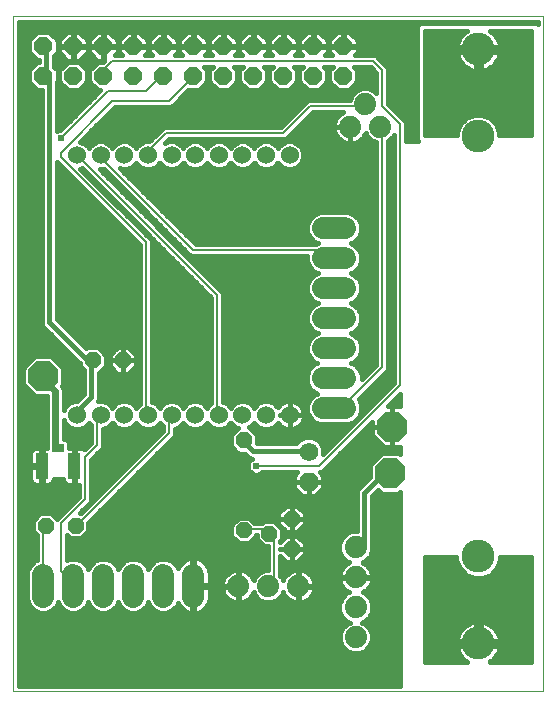
<source format=gtl>
G75*
%MOIN*%
%OFA0B0*%
%FSLAX24Y24*%
%IPPOS*%
%LPD*%
%AMOC8*
5,1,8,0,0,1.08239X$1,22.5*
%
%ADD10C,0.0000*%
%ADD11C,0.0600*%
%ADD12C,0.0740*%
%ADD13C,0.0740*%
%ADD14OC8,0.0520*%
%ADD15C,0.1095*%
%ADD16OC8,0.1000*%
%ADD17R,0.0413X0.0866*%
%ADD18R,0.0394X0.0315*%
%ADD19OC8,0.0620*%
%ADD20C,0.0620*%
%ADD21OC8,0.0600*%
%ADD22C,0.0160*%
%ADD23R,0.0356X0.0356*%
%ADD24C,0.0079*%
%ADD25C,0.0157*%
%ADD26C,0.0240*%
%ADD27C,0.0240*%
D10*
X002074Y001361D02*
X002074Y023857D01*
X019743Y023857D01*
X019743Y001361D01*
X002074Y001361D01*
D11*
X004200Y010562D03*
X004987Y010562D03*
X005775Y010562D03*
X006562Y010562D03*
X007349Y010562D03*
X008137Y010562D03*
X008924Y010562D03*
X009712Y010562D03*
X010499Y010562D03*
X011286Y010562D03*
X011286Y019223D03*
X010499Y019223D03*
X009712Y019223D03*
X008924Y019223D03*
X008137Y019223D03*
X007349Y019223D03*
X006562Y019223D03*
X005775Y019223D03*
X004987Y019223D03*
X004200Y019223D03*
D12*
X012402Y016786D02*
X013142Y016786D01*
X013142Y015786D02*
X012402Y015786D01*
X012402Y014786D02*
X013142Y014786D01*
X013142Y013786D02*
X012402Y013786D01*
X012402Y012786D02*
X013142Y012786D01*
X013142Y011786D02*
X012402Y011786D01*
X012402Y010786D02*
X013142Y010786D01*
X008074Y005247D02*
X008074Y004507D01*
X007074Y004507D02*
X007074Y005247D01*
X006074Y005247D02*
X006074Y004507D01*
X005074Y004507D02*
X005074Y005247D01*
X004074Y005247D02*
X004074Y004507D01*
X003074Y004507D02*
X003074Y005247D01*
D13*
X009574Y004861D03*
X010574Y004861D03*
X011574Y004861D03*
X013491Y005154D03*
X013491Y004154D03*
X013491Y003154D03*
X013491Y006154D03*
X013308Y020172D03*
X013808Y020922D03*
X014308Y020172D03*
D14*
X009759Y009719D03*
X011353Y007105D03*
X010603Y006605D03*
X011353Y006105D03*
X009759Y006719D03*
X005723Y012385D03*
X004723Y012385D03*
X004149Y006873D03*
X003149Y006873D03*
D15*
X017574Y005861D03*
X017574Y002961D03*
X017574Y019861D03*
X017574Y022761D03*
D16*
X014708Y010176D03*
X014637Y008623D03*
X003074Y011861D03*
D17*
X003032Y008861D03*
X004115Y008861D03*
D18*
X003574Y009461D03*
D19*
X011916Y008341D03*
D20*
X011916Y009341D03*
D21*
X012074Y021861D03*
X012074Y022861D03*
X013074Y022861D03*
X013074Y021861D03*
X011074Y021861D03*
X011074Y022861D03*
X010074Y022861D03*
X010074Y021861D03*
X009074Y021861D03*
X009074Y022861D03*
X008074Y022861D03*
X008074Y021861D03*
X007074Y021861D03*
X007074Y022861D03*
X006074Y022861D03*
X006074Y021861D03*
X005074Y021861D03*
X005074Y022861D03*
X004074Y022861D03*
X004074Y021861D03*
X003074Y021861D03*
X003074Y022861D03*
D22*
X002817Y022442D02*
X002254Y022442D01*
X002254Y022600D02*
X002658Y022600D01*
X002595Y022663D02*
X002876Y022383D01*
X002919Y022383D01*
X002919Y022340D01*
X002876Y022340D01*
X002595Y022059D01*
X002595Y021663D01*
X002876Y021383D01*
X003017Y021383D01*
X003017Y013610D01*
X003056Y013515D01*
X004265Y012306D01*
X004271Y012295D01*
X004285Y012283D01*
X004285Y012203D01*
X004417Y012071D01*
X004417Y011268D01*
X004189Y011040D01*
X004105Y011040D01*
X003929Y010967D01*
X003794Y010833D01*
X003755Y010737D01*
X003755Y011417D01*
X003712Y011520D01*
X003689Y011542D01*
X003735Y011587D01*
X003735Y012135D01*
X003347Y012522D01*
X002800Y012522D01*
X002413Y012135D01*
X002413Y011587D01*
X002800Y011200D01*
X003193Y011200D01*
X003193Y009505D01*
X003206Y009474D01*
X003056Y009474D01*
X003056Y008884D01*
X003009Y008884D01*
X003009Y008838D01*
X002646Y008838D01*
X002646Y008404D01*
X002658Y008359D01*
X002682Y008318D01*
X002715Y008284D01*
X002756Y008260D01*
X002802Y008248D01*
X003009Y008248D01*
X003009Y008838D01*
X003056Y008838D01*
X003056Y008248D01*
X003263Y008248D01*
X003309Y008260D01*
X003350Y008284D01*
X003383Y008318D01*
X003407Y008359D01*
X003419Y008404D01*
X003419Y008431D01*
X003728Y008431D01*
X003728Y008404D01*
X003741Y008359D01*
X003764Y008318D01*
X003798Y008284D01*
X003839Y008260D01*
X003885Y008248D01*
X004092Y008248D01*
X004092Y008838D01*
X004139Y008838D01*
X004139Y008248D01*
X004274Y008248D01*
X004274Y007844D01*
X003591Y007161D01*
X003523Y007093D01*
X003323Y007294D01*
X002974Y007294D01*
X002728Y007047D01*
X002728Y006699D01*
X002874Y006553D01*
X002874Y005738D01*
X002773Y005697D01*
X002624Y005547D01*
X002543Y005352D01*
X002543Y004401D01*
X002624Y004206D01*
X002773Y004057D01*
X002968Y003976D01*
X003179Y003976D01*
X003374Y004057D01*
X003524Y004206D01*
X003574Y004327D01*
X003624Y004206D01*
X003773Y004057D01*
X003968Y003976D01*
X004179Y003976D01*
X004374Y004057D01*
X004524Y004206D01*
X004574Y004327D01*
X004624Y004206D01*
X004773Y004057D01*
X004968Y003976D01*
X005179Y003976D01*
X005374Y004057D01*
X005524Y004206D01*
X005574Y004327D01*
X005624Y004206D01*
X005773Y004057D01*
X005968Y003976D01*
X006179Y003976D01*
X006374Y004057D01*
X006524Y004206D01*
X006574Y004327D01*
X006624Y004206D01*
X006773Y004057D01*
X006968Y003976D01*
X007179Y003976D01*
X007374Y004057D01*
X007524Y004206D01*
X007563Y004300D01*
X007564Y004296D01*
X007603Y004219D01*
X007654Y004149D01*
X007716Y004087D01*
X007786Y004036D01*
X007863Y003997D01*
X007945Y003970D01*
X008031Y003957D01*
X008044Y003957D01*
X008044Y004847D01*
X008104Y004847D01*
X008104Y004907D01*
X008624Y004907D01*
X008624Y005290D01*
X008610Y005376D01*
X008584Y005458D01*
X008544Y005535D01*
X008493Y005605D01*
X008432Y005666D01*
X008362Y005717D01*
X008285Y005757D01*
X008203Y005783D01*
X008117Y005797D01*
X008104Y005797D01*
X008104Y004907D01*
X008044Y004907D01*
X008044Y005797D01*
X008031Y005797D01*
X007945Y005783D01*
X007863Y005757D01*
X007786Y005717D01*
X007716Y005666D01*
X007654Y005605D01*
X007603Y005535D01*
X007564Y005458D01*
X007563Y005453D01*
X007524Y005547D01*
X007374Y005697D01*
X007179Y005778D01*
X006968Y005778D01*
X006773Y005697D01*
X006624Y005547D01*
X006574Y005427D01*
X006524Y005547D01*
X006374Y005697D01*
X006179Y005778D01*
X005968Y005778D01*
X005773Y005697D01*
X005624Y005547D01*
X005574Y005427D01*
X005524Y005547D01*
X005374Y005697D01*
X005179Y005778D01*
X004968Y005778D01*
X004773Y005697D01*
X004624Y005547D01*
X004574Y005427D01*
X004524Y005547D01*
X004374Y005697D01*
X004179Y005778D01*
X003968Y005778D01*
X003874Y005738D01*
X003874Y006553D01*
X003974Y006452D01*
X004323Y006452D01*
X004569Y006699D01*
X004569Y006974D01*
X007357Y009761D01*
X007474Y009878D01*
X007474Y010115D01*
X007610Y010171D01*
X007740Y010301D01*
X007743Y010308D01*
X007746Y010301D01*
X007876Y010171D01*
X008045Y010101D01*
X008228Y010101D01*
X008398Y010171D01*
X008527Y010301D01*
X008531Y010308D01*
X008534Y010301D01*
X008663Y010171D01*
X008833Y010101D01*
X009016Y010101D01*
X009185Y010171D01*
X009315Y010301D01*
X009318Y010308D01*
X009321Y010301D01*
X009451Y010171D01*
X009550Y010130D01*
X009320Y009901D01*
X009320Y009538D01*
X009577Y009281D01*
X009790Y009281D01*
X009928Y009143D01*
X010023Y009104D01*
X010027Y009104D01*
X010015Y009099D01*
X009936Y009020D01*
X009893Y008917D01*
X009893Y008805D01*
X009936Y008702D01*
X010015Y008623D01*
X010118Y008580D01*
X010230Y008580D01*
X010333Y008623D01*
X010371Y008661D01*
X011543Y008661D01*
X011426Y008544D01*
X011426Y008341D01*
X011426Y008138D01*
X011713Y007851D01*
X011916Y007851D01*
X011916Y008341D01*
X011916Y008341D01*
X011426Y008341D01*
X011916Y008341D01*
X011916Y008341D01*
X011916Y007851D01*
X012119Y007851D01*
X012406Y008138D01*
X012406Y008341D01*
X011916Y008341D01*
X011916Y008341D01*
X012406Y008341D01*
X012406Y008544D01*
X012290Y008661D01*
X012357Y008661D01*
X014028Y010332D01*
X014028Y010176D01*
X014028Y009894D01*
X014426Y009496D01*
X014708Y009496D01*
X014968Y009496D01*
X014968Y009252D01*
X014918Y009301D01*
X014356Y009301D01*
X013958Y008904D01*
X013958Y008509D01*
X013556Y008107D01*
X013517Y008012D01*
X013517Y006703D01*
X013382Y006703D01*
X013180Y006619D01*
X013026Y006465D01*
X012943Y006263D01*
X012943Y006045D01*
X013026Y005844D01*
X013180Y005689D01*
X013263Y005655D01*
X013203Y005625D01*
X013133Y005574D01*
X013072Y005513D01*
X013021Y005443D01*
X012981Y005366D01*
X012955Y005283D01*
X012941Y005198D01*
X012941Y005174D01*
X013471Y005174D01*
X013471Y005134D01*
X012941Y005134D01*
X012941Y005111D01*
X012955Y005026D01*
X012981Y004943D01*
X013021Y004866D01*
X013072Y004796D01*
X013133Y004735D01*
X013203Y004684D01*
X013263Y004653D01*
X013180Y004619D01*
X013026Y004465D01*
X012943Y004263D01*
X012943Y004045D01*
X013026Y003844D01*
X013180Y003689D01*
X013288Y003645D01*
X013191Y003604D01*
X013041Y003455D01*
X012960Y003260D01*
X012960Y003049D01*
X013041Y002854D01*
X013191Y002704D01*
X013386Y002624D01*
X013597Y002624D01*
X013792Y002704D01*
X013941Y002854D01*
X014022Y003049D01*
X014022Y003260D01*
X013941Y003455D01*
X013792Y003604D01*
X013694Y003645D01*
X013802Y003689D01*
X013956Y003844D01*
X014040Y004045D01*
X014040Y004263D01*
X013956Y004465D01*
X013802Y004619D01*
X013719Y004653D01*
X013779Y004684D01*
X013849Y004735D01*
X013911Y004796D01*
X013962Y004866D01*
X014001Y004943D01*
X014028Y005026D01*
X014041Y005111D01*
X014041Y005134D01*
X013511Y005134D01*
X013511Y005174D01*
X014041Y005174D01*
X014041Y005198D01*
X014028Y005283D01*
X014001Y005366D01*
X013962Y005443D01*
X013911Y005513D01*
X013849Y005574D01*
X013779Y005625D01*
X013719Y005655D01*
X013802Y005689D01*
X013956Y005844D01*
X014040Y006045D01*
X014040Y006263D01*
X014031Y006284D01*
X014031Y007855D01*
X014238Y008062D01*
X014356Y007944D01*
X014918Y007944D01*
X014968Y007994D01*
X014968Y001541D01*
X002254Y001541D01*
X002254Y023677D01*
X014968Y023677D01*
X014968Y020550D01*
X014574Y020944D01*
X014574Y022144D01*
X014274Y022444D01*
X014157Y022561D01*
X013975Y022561D01*
X013975Y023677D01*
X019563Y023677D01*
X019563Y023606D01*
X019528Y023641D01*
X015620Y023641D01*
X015544Y023565D01*
X015544Y019707D01*
X015567Y019684D01*
X015174Y019684D01*
X015174Y020344D01*
X014574Y020944D01*
X014574Y022144D01*
X014274Y022444D01*
X014157Y022561D01*
X013453Y022561D01*
X013554Y022662D01*
X013554Y022841D01*
X013094Y022841D01*
X013094Y022881D01*
X013554Y022881D01*
X013554Y023060D01*
X013273Y023341D01*
X013094Y023341D01*
X013094Y022881D01*
X013054Y022881D01*
X013054Y023341D01*
X012875Y023341D01*
X012594Y023060D01*
X012594Y022881D01*
X013054Y022881D01*
X013054Y022841D01*
X012594Y022841D01*
X012594Y022662D01*
X012695Y022561D01*
X012453Y022561D01*
X012554Y022662D01*
X012554Y022841D01*
X012094Y022841D01*
X012094Y022881D01*
X012554Y022881D01*
X012554Y023060D01*
X012273Y023341D01*
X012094Y023341D01*
X012094Y022881D01*
X012054Y022881D01*
X012054Y023341D01*
X011875Y023341D01*
X011594Y023060D01*
X011594Y022881D01*
X012054Y022881D01*
X012054Y022841D01*
X011594Y022841D01*
X011594Y022662D01*
X011695Y022561D01*
X011453Y022561D01*
X011554Y022662D01*
X011554Y022841D01*
X011094Y022841D01*
X011094Y022881D01*
X011554Y022881D01*
X011554Y023060D01*
X011273Y023341D01*
X011094Y023341D01*
X011094Y022881D01*
X011054Y022881D01*
X011054Y023341D01*
X010875Y023341D01*
X010594Y023060D01*
X010594Y022881D01*
X011054Y022881D01*
X011054Y022841D01*
X010594Y022841D01*
X010594Y022662D01*
X010695Y022561D01*
X010453Y022561D01*
X010554Y022662D01*
X010554Y022841D01*
X010094Y022841D01*
X010094Y022881D01*
X010554Y022881D01*
X010554Y023060D01*
X010273Y023341D01*
X010094Y023341D01*
X010094Y022881D01*
X010054Y022881D01*
X010054Y023341D01*
X009875Y023341D01*
X009594Y023060D01*
X009594Y022881D01*
X010054Y022881D01*
X010054Y022841D01*
X009594Y022841D01*
X009594Y022662D01*
X009695Y022561D01*
X009453Y022561D01*
X009554Y022662D01*
X009554Y022841D01*
X009094Y022841D01*
X009094Y022881D01*
X009554Y022881D01*
X009554Y023060D01*
X009273Y023341D01*
X009094Y023341D01*
X009094Y022881D01*
X009054Y022881D01*
X009054Y023341D01*
X008875Y023341D01*
X008594Y023060D01*
X008594Y022881D01*
X009054Y022881D01*
X009054Y022841D01*
X008594Y022841D01*
X008594Y022662D01*
X008695Y022561D01*
X008453Y022561D01*
X008554Y022662D01*
X008554Y022841D01*
X008094Y022841D01*
X008094Y022881D01*
X008554Y022881D01*
X008554Y023060D01*
X008273Y023341D01*
X008094Y023341D01*
X008094Y022881D01*
X008054Y022881D01*
X008054Y023341D01*
X007875Y023341D01*
X007594Y023060D01*
X007594Y022881D01*
X008054Y022881D01*
X008054Y022841D01*
X007594Y022841D01*
X007594Y022662D01*
X007695Y022561D01*
X007453Y022561D01*
X007554Y022662D01*
X007554Y022841D01*
X007094Y022841D01*
X007094Y022881D01*
X007554Y022881D01*
X007554Y023060D01*
X007273Y023341D01*
X007094Y023341D01*
X007094Y022881D01*
X007054Y022881D01*
X007054Y023341D01*
X006875Y023341D01*
X006594Y023060D01*
X006594Y022881D01*
X007054Y022881D01*
X007054Y022841D01*
X006594Y022841D01*
X006594Y022662D01*
X006695Y022561D01*
X006453Y022561D01*
X006554Y022662D01*
X006554Y022841D01*
X006094Y022841D01*
X006094Y022881D01*
X006554Y022881D01*
X006554Y023060D01*
X006273Y023341D01*
X006094Y023341D01*
X006094Y022881D01*
X006054Y022881D01*
X006054Y023341D01*
X005875Y023341D01*
X005594Y023060D01*
X005594Y022881D01*
X006054Y022881D01*
X006054Y022841D01*
X005594Y022841D01*
X005594Y022662D01*
X005695Y022561D01*
X005453Y022561D01*
X005554Y022662D01*
X005554Y022841D01*
X005094Y022841D01*
X005094Y022881D01*
X005554Y022881D01*
X005554Y023060D01*
X005273Y023341D01*
X005094Y023341D01*
X005094Y022881D01*
X005054Y022881D01*
X005054Y023341D01*
X004875Y023341D01*
X004594Y023060D01*
X004594Y022881D01*
X005054Y022881D01*
X005054Y022841D01*
X005094Y022841D01*
X005094Y022381D01*
X005111Y022381D01*
X005052Y022322D01*
X004883Y022322D01*
X004613Y022052D01*
X004613Y021670D01*
X004883Y021400D01*
X004980Y021400D01*
X003646Y020067D01*
X003593Y020067D01*
X003531Y020041D01*
X003531Y021642D01*
X003552Y021663D01*
X003552Y022059D01*
X003433Y022178D01*
X003433Y022544D01*
X003552Y022663D01*
X003552Y023059D01*
X003272Y023340D01*
X002876Y023340D01*
X002595Y023059D01*
X002595Y022663D01*
X002595Y022759D02*
X002254Y022759D01*
X002254Y022917D02*
X002595Y022917D01*
X002612Y023076D02*
X002254Y023076D01*
X002254Y023234D02*
X002770Y023234D01*
X002254Y023393D02*
X014968Y023393D01*
X014968Y023551D02*
X002254Y023551D01*
X002254Y022283D02*
X002819Y022283D01*
X002661Y022125D02*
X002254Y022125D01*
X002254Y021966D02*
X002595Y021966D01*
X002595Y021808D02*
X002254Y021808D01*
X002254Y021649D02*
X002609Y021649D01*
X002768Y021491D02*
X002254Y021491D01*
X002254Y021332D02*
X003017Y021332D01*
X003017Y021174D02*
X002254Y021174D01*
X002254Y021015D02*
X003017Y021015D01*
X003017Y020857D02*
X002254Y020857D01*
X002254Y020698D02*
X003017Y020698D01*
X003017Y020540D02*
X002254Y020540D01*
X002254Y020381D02*
X003017Y020381D01*
X003017Y020223D02*
X002254Y020223D01*
X002254Y020064D02*
X003017Y020064D01*
X003017Y019906D02*
X002254Y019906D01*
X002254Y019747D02*
X003017Y019747D01*
X003017Y019589D02*
X002254Y019589D01*
X002254Y019430D02*
X003017Y019430D01*
X003017Y019272D02*
X002254Y019272D01*
X002254Y019113D02*
X003017Y019113D01*
X003017Y018955D02*
X002254Y018955D01*
X002254Y018796D02*
X003017Y018796D01*
X003017Y018638D02*
X002254Y018638D01*
X002254Y018479D02*
X003017Y018479D01*
X003017Y018321D02*
X002254Y018321D01*
X002254Y018162D02*
X003017Y018162D01*
X003017Y018004D02*
X002254Y018004D01*
X002254Y017845D02*
X003017Y017845D01*
X003017Y017687D02*
X002254Y017687D01*
X002254Y017528D02*
X003017Y017528D01*
X003017Y017370D02*
X002254Y017370D01*
X002254Y017211D02*
X003017Y017211D01*
X003017Y017053D02*
X002254Y017053D01*
X002254Y016894D02*
X003017Y016894D01*
X003017Y016736D02*
X002254Y016736D01*
X002254Y016577D02*
X003017Y016577D01*
X003017Y016419D02*
X002254Y016419D01*
X002254Y016260D02*
X003017Y016260D01*
X003017Y016102D02*
X002254Y016102D01*
X002254Y015943D02*
X003017Y015943D01*
X003017Y015785D02*
X002254Y015785D01*
X002254Y015626D02*
X003017Y015626D01*
X003017Y015468D02*
X002254Y015468D01*
X002254Y015309D02*
X003017Y015309D01*
X003017Y015151D02*
X002254Y015151D01*
X002254Y014992D02*
X003017Y014992D01*
X003017Y014834D02*
X002254Y014834D01*
X002254Y014675D02*
X003017Y014675D01*
X003017Y014517D02*
X002254Y014517D01*
X002254Y014358D02*
X003017Y014358D01*
X003017Y014200D02*
X002254Y014200D01*
X002254Y014041D02*
X003017Y014041D01*
X003017Y013883D02*
X002254Y013883D01*
X002254Y013724D02*
X003017Y013724D01*
X003035Y013566D02*
X002254Y013566D01*
X002254Y013407D02*
X003164Y013407D01*
X003323Y013249D02*
X002254Y013249D01*
X002254Y013090D02*
X003481Y013090D01*
X003640Y012932D02*
X002254Y012932D01*
X002254Y012773D02*
X003798Y012773D01*
X003957Y012615D02*
X002254Y012615D01*
X002254Y012456D02*
X002734Y012456D01*
X002576Y012298D02*
X002254Y012298D01*
X002254Y012139D02*
X002417Y012139D01*
X002413Y011981D02*
X002254Y011981D01*
X002254Y011822D02*
X002413Y011822D01*
X002413Y011664D02*
X002254Y011664D01*
X002254Y011505D02*
X002495Y011505D01*
X002654Y011347D02*
X002254Y011347D01*
X002254Y011188D02*
X003193Y011188D01*
X003193Y011030D02*
X002254Y011030D01*
X002254Y010871D02*
X003193Y010871D01*
X003193Y010713D02*
X002254Y010713D01*
X002254Y010554D02*
X003193Y010554D01*
X003193Y010396D02*
X002254Y010396D01*
X002254Y010237D02*
X003193Y010237D01*
X003193Y010079D02*
X002254Y010079D01*
X002254Y009920D02*
X003193Y009920D01*
X003193Y009762D02*
X002254Y009762D01*
X002254Y009603D02*
X003193Y009603D01*
X003056Y009445D02*
X003009Y009445D01*
X003009Y009474D02*
X002802Y009474D01*
X002756Y009462D01*
X002715Y009438D01*
X002682Y009405D01*
X002658Y009364D01*
X002646Y009318D01*
X002646Y008884D01*
X003009Y008884D01*
X003009Y009474D01*
X003009Y009286D02*
X003056Y009286D01*
X003056Y009128D02*
X003009Y009128D01*
X003009Y008969D02*
X003056Y008969D01*
X003056Y008811D02*
X003009Y008811D01*
X003009Y008652D02*
X003056Y008652D01*
X003056Y008494D02*
X003009Y008494D01*
X003009Y008335D02*
X003056Y008335D01*
X003393Y008335D02*
X003754Y008335D01*
X004092Y008335D02*
X004139Y008335D01*
X004139Y008494D02*
X004092Y008494D01*
X004092Y008652D02*
X004139Y008652D01*
X004139Y008811D02*
X004092Y008811D01*
X004092Y008884D02*
X004092Y009474D01*
X003931Y009474D01*
X003931Y009686D01*
X003837Y009780D01*
X003755Y009780D01*
X003755Y010387D01*
X003794Y010291D01*
X003929Y010156D01*
X004105Y010083D01*
X004295Y010083D01*
X004471Y010156D01*
X004605Y010291D01*
X004606Y010292D01*
X004674Y010224D01*
X004674Y009644D01*
X004450Y009420D01*
X004432Y009438D01*
X004391Y009462D01*
X004346Y009474D01*
X004139Y009474D01*
X004139Y008884D01*
X004092Y008884D01*
X004092Y008969D02*
X004139Y008969D01*
X004139Y009128D02*
X004092Y009128D01*
X004092Y009286D02*
X004139Y009286D01*
X004139Y009445D02*
X004092Y009445D01*
X003931Y009603D02*
X004633Y009603D01*
X004674Y009762D02*
X003855Y009762D01*
X003755Y009920D02*
X004674Y009920D01*
X004674Y010079D02*
X003755Y010079D01*
X003755Y010237D02*
X003848Y010237D01*
X003832Y010871D02*
X003755Y010871D01*
X003755Y011030D02*
X004079Y011030D01*
X004337Y011188D02*
X003755Y011188D01*
X003755Y011347D02*
X004417Y011347D01*
X004417Y011505D02*
X003718Y011505D01*
X003735Y011664D02*
X004417Y011664D01*
X004417Y011822D02*
X003735Y011822D01*
X003735Y011981D02*
X004417Y011981D01*
X004349Y012139D02*
X003730Y012139D01*
X003572Y012298D02*
X004269Y012298D01*
X004115Y012456D02*
X003413Y012456D01*
X004050Y013249D02*
X006283Y013249D01*
X006283Y013407D02*
X003891Y013407D01*
X003733Y013566D02*
X006283Y013566D01*
X006283Y013724D02*
X003574Y013724D01*
X003531Y013768D02*
X003531Y018991D01*
X003566Y018956D01*
X006283Y016239D01*
X006283Y010935D01*
X006171Y010823D01*
X006168Y010815D01*
X006165Y010823D01*
X006036Y010952D01*
X005866Y011023D01*
X005683Y011023D01*
X005514Y010952D01*
X005384Y010823D01*
X005381Y010815D01*
X005378Y010823D01*
X005248Y010952D01*
X005079Y011023D01*
X004896Y011023D01*
X004895Y011022D01*
X004931Y011110D01*
X004931Y011972D01*
X005162Y012203D01*
X005162Y012566D01*
X004905Y012823D01*
X004542Y012823D01*
X004509Y012790D01*
X003531Y013768D01*
X003531Y013883D02*
X006283Y013883D01*
X006283Y014041D02*
X003531Y014041D01*
X003531Y014200D02*
X006283Y014200D01*
X006283Y014358D02*
X003531Y014358D01*
X003531Y014517D02*
X006283Y014517D01*
X006283Y014675D02*
X003531Y014675D01*
X003531Y014834D02*
X006283Y014834D01*
X006283Y014992D02*
X003531Y014992D01*
X003531Y015151D02*
X006283Y015151D01*
X006283Y015309D02*
X003531Y015309D01*
X003531Y015468D02*
X006283Y015468D01*
X006283Y015626D02*
X003531Y015626D01*
X003531Y015785D02*
X006283Y015785D01*
X006283Y015943D02*
X003531Y015943D01*
X003531Y016102D02*
X006283Y016102D01*
X006262Y016260D02*
X003531Y016260D01*
X003531Y016419D02*
X006103Y016419D01*
X005945Y016577D02*
X003531Y016577D01*
X003531Y016736D02*
X005786Y016736D01*
X005628Y016894D02*
X003531Y016894D01*
X003531Y017053D02*
X005469Y017053D01*
X005311Y017211D02*
X003531Y017211D01*
X003531Y017370D02*
X005152Y017370D01*
X004994Y017528D02*
X003531Y017528D01*
X003531Y017687D02*
X004835Y017687D01*
X004677Y017845D02*
X003531Y017845D01*
X003531Y018004D02*
X004518Y018004D01*
X004360Y018162D02*
X003531Y018162D01*
X003531Y018321D02*
X004201Y018321D01*
X004043Y018479D02*
X003531Y018479D01*
X003531Y018638D02*
X003884Y018638D01*
X003726Y018796D02*
X003531Y018796D01*
X003531Y018955D02*
X003567Y018955D01*
X004315Y018773D02*
X004361Y018791D01*
X008674Y014478D01*
X008674Y010957D01*
X008663Y010952D01*
X008534Y010823D01*
X008531Y010815D01*
X008527Y010823D01*
X008398Y010952D01*
X008228Y011023D01*
X008045Y011023D01*
X007876Y010952D01*
X007746Y010823D01*
X007743Y010815D01*
X007740Y010823D01*
X007610Y010952D01*
X007441Y011023D01*
X007258Y011023D01*
X007088Y010952D01*
X006959Y010823D01*
X006956Y010815D01*
X006953Y010823D01*
X006823Y010952D01*
X006683Y011010D01*
X006683Y016405D01*
X004315Y018773D01*
X004450Y018638D02*
X004514Y018638D01*
X004609Y018479D02*
X004673Y018479D01*
X004767Y018321D02*
X004831Y018321D01*
X004926Y018162D02*
X004990Y018162D01*
X005084Y018004D02*
X005148Y018004D01*
X005243Y017845D02*
X005307Y017845D01*
X005401Y017687D02*
X005465Y017687D01*
X005560Y017528D02*
X005624Y017528D01*
X005718Y017370D02*
X005782Y017370D01*
X005877Y017211D02*
X005941Y017211D01*
X006035Y017053D02*
X006099Y017053D01*
X006194Y016894D02*
X006258Y016894D01*
X006352Y016736D02*
X006416Y016736D01*
X006511Y016577D02*
X006575Y016577D01*
X006669Y016419D02*
X006733Y016419D01*
X006683Y016260D02*
X006892Y016260D01*
X007050Y016102D02*
X006683Y016102D01*
X006683Y015943D02*
X007209Y015943D01*
X007367Y015785D02*
X006683Y015785D01*
X006683Y015626D02*
X007526Y015626D01*
X007684Y015468D02*
X006683Y015468D01*
X006683Y015309D02*
X007843Y015309D01*
X008001Y015151D02*
X006683Y015151D01*
X006683Y014992D02*
X008160Y014992D01*
X008318Y014834D02*
X006683Y014834D01*
X006683Y014675D02*
X008477Y014675D01*
X008635Y014517D02*
X006683Y014517D01*
X006683Y014358D02*
X008674Y014358D01*
X008674Y014200D02*
X006683Y014200D01*
X006683Y014041D02*
X008674Y014041D01*
X008674Y013883D02*
X006683Y013883D01*
X006683Y013724D02*
X008674Y013724D01*
X008674Y013566D02*
X006683Y013566D01*
X006683Y013407D02*
X008674Y013407D01*
X008674Y013249D02*
X006683Y013249D01*
X006683Y013090D02*
X008674Y013090D01*
X008674Y012932D02*
X006683Y012932D01*
X006683Y012773D02*
X008674Y012773D01*
X008674Y012615D02*
X006683Y012615D01*
X006683Y012456D02*
X008674Y012456D01*
X008674Y012298D02*
X006683Y012298D01*
X006683Y012139D02*
X008674Y012139D01*
X008674Y011981D02*
X006683Y011981D01*
X006683Y011822D02*
X008674Y011822D01*
X008674Y011664D02*
X006683Y011664D01*
X006683Y011505D02*
X008674Y011505D01*
X008674Y011347D02*
X006683Y011347D01*
X006683Y011188D02*
X008674Y011188D01*
X008674Y011030D02*
X006683Y011030D01*
X006904Y010871D02*
X007007Y010871D01*
X006956Y010308D02*
X006959Y010301D01*
X007074Y010186D01*
X007074Y010044D01*
X004323Y007293D01*
X004323Y007294D01*
X004289Y007294D01*
X004674Y007678D01*
X004674Y007844D01*
X004674Y009078D01*
X005074Y009478D01*
X005074Y010101D01*
X005079Y010101D01*
X005248Y010171D01*
X005378Y010301D01*
X005381Y010308D01*
X005384Y010301D01*
X005514Y010171D01*
X005683Y010101D01*
X005866Y010101D01*
X006036Y010171D01*
X006165Y010301D01*
X006168Y010308D01*
X006171Y010301D01*
X006301Y010171D01*
X006470Y010101D01*
X006654Y010101D01*
X006823Y010171D01*
X006953Y010301D01*
X006956Y010308D01*
X006889Y010237D02*
X007023Y010237D01*
X007074Y010079D02*
X005074Y010079D01*
X005074Y009920D02*
X006950Y009920D01*
X006791Y009762D02*
X005074Y009762D01*
X005074Y009603D02*
X006633Y009603D01*
X006474Y009445D02*
X005040Y009445D01*
X004882Y009286D02*
X006316Y009286D01*
X006157Y009128D02*
X004723Y009128D01*
X004674Y008969D02*
X005999Y008969D01*
X005840Y008811D02*
X004674Y008811D01*
X004674Y008652D02*
X005682Y008652D01*
X005523Y008494D02*
X004674Y008494D01*
X004674Y008335D02*
X005365Y008335D01*
X005206Y008177D02*
X004674Y008177D01*
X004674Y008018D02*
X005048Y008018D01*
X004889Y007860D02*
X004674Y007860D01*
X004674Y007701D02*
X004731Y007701D01*
X004572Y007543D02*
X004538Y007543D01*
X004414Y007384D02*
X004380Y007384D01*
X004663Y007067D02*
X009512Y007067D01*
X009585Y007140D02*
X009338Y006894D01*
X009338Y006545D01*
X009585Y006299D01*
X009933Y006299D01*
X010180Y006545D01*
X010180Y006561D01*
X010183Y006561D01*
X010183Y006431D01*
X010429Y006184D01*
X010574Y006184D01*
X010574Y005392D01*
X010468Y005392D01*
X010273Y005311D01*
X010124Y005162D01*
X010085Y005068D01*
X010084Y005072D01*
X010044Y005149D01*
X009993Y005219D01*
X009932Y005281D01*
X009862Y005332D01*
X009785Y005371D01*
X009703Y005398D01*
X009617Y005411D01*
X009594Y005411D01*
X009594Y004881D01*
X009554Y004881D01*
X009554Y005411D01*
X009531Y005411D01*
X009445Y005398D01*
X009363Y005371D01*
X009286Y005332D01*
X009216Y005281D01*
X009154Y005219D01*
X009103Y005149D01*
X009064Y005072D01*
X009037Y004990D01*
X009024Y004904D01*
X009024Y004881D01*
X009554Y004881D01*
X009554Y004841D01*
X009594Y004841D01*
X009594Y004311D01*
X009617Y004311D01*
X009703Y004325D01*
X009785Y004351D01*
X009862Y004391D01*
X009932Y004442D01*
X009993Y004503D01*
X010044Y004573D01*
X010084Y004650D01*
X010085Y004654D01*
X010124Y004560D01*
X010273Y004411D01*
X010468Y004330D01*
X010679Y004330D01*
X010874Y004411D01*
X011024Y004560D01*
X011063Y004654D01*
X011064Y004650D01*
X011103Y004573D01*
X011154Y004503D01*
X011216Y004442D01*
X011286Y004391D01*
X011363Y004351D01*
X011445Y004325D01*
X011531Y004311D01*
X011554Y004311D01*
X011554Y004841D01*
X011594Y004841D01*
X011594Y004881D01*
X012124Y004881D01*
X012124Y004904D01*
X012110Y004990D01*
X012084Y005072D01*
X012044Y005149D01*
X011993Y005219D01*
X011932Y005281D01*
X011862Y005332D01*
X011785Y005371D01*
X011703Y005398D01*
X011617Y005411D01*
X011594Y005411D01*
X011594Y004881D01*
X011554Y004881D01*
X011554Y005411D01*
X011531Y005411D01*
X011445Y005398D01*
X011363Y005371D01*
X011286Y005332D01*
X011216Y005281D01*
X011154Y005219D01*
X011103Y005149D01*
X011064Y005072D01*
X011063Y005068D01*
X011024Y005162D01*
X010974Y005212D01*
X010974Y005862D01*
X011171Y005665D01*
X011353Y005665D01*
X011353Y006105D01*
X010974Y006105D01*
X010974Y006105D01*
X011353Y006105D01*
X011353Y006105D01*
X011353Y006105D01*
X011353Y005665D01*
X011536Y005665D01*
X011793Y005923D01*
X011793Y006105D01*
X011353Y006105D01*
X011353Y006545D01*
X011171Y006545D01*
X010974Y006348D01*
X010974Y006381D01*
X011024Y006431D01*
X011024Y006779D01*
X010778Y007026D01*
X010429Y007026D01*
X010364Y006961D01*
X010112Y006961D01*
X009933Y007140D01*
X009585Y007140D01*
X009353Y006909D02*
X004569Y006909D01*
X004569Y006750D02*
X009338Y006750D01*
X009338Y006592D02*
X004462Y006592D01*
X003874Y006433D02*
X009450Y006433D01*
X010068Y006433D02*
X010183Y006433D01*
X010339Y006275D02*
X003874Y006275D01*
X003874Y006116D02*
X010574Y006116D01*
X010574Y005958D02*
X003874Y005958D01*
X003874Y005799D02*
X010574Y005799D01*
X010574Y005641D02*
X008458Y005641D01*
X008571Y005482D02*
X010574Y005482D01*
X010304Y005324D02*
X009873Y005324D01*
X010033Y005165D02*
X010127Y005165D01*
X009594Y005165D02*
X009554Y005165D01*
X009554Y005007D02*
X009594Y005007D01*
X009554Y004848D02*
X008104Y004848D01*
X008104Y004847D02*
X008624Y004847D01*
X008624Y004464D01*
X008610Y004378D01*
X008584Y004296D01*
X008544Y004219D01*
X008493Y004149D01*
X008432Y004087D01*
X008362Y004036D01*
X008285Y003997D01*
X008203Y003970D01*
X008117Y003957D01*
X008104Y003957D01*
X008104Y004847D01*
X008104Y004690D02*
X008044Y004690D01*
X008044Y004531D02*
X008104Y004531D01*
X008104Y004373D02*
X008044Y004373D01*
X008044Y004214D02*
X008104Y004214D01*
X008104Y004056D02*
X008044Y004056D01*
X007759Y004056D02*
X007371Y004056D01*
X007527Y004214D02*
X007607Y004214D01*
X008044Y005007D02*
X008104Y005007D01*
X008104Y005165D02*
X008044Y005165D01*
X008044Y005324D02*
X008104Y005324D01*
X008104Y005482D02*
X008044Y005482D01*
X008044Y005641D02*
X008104Y005641D01*
X007690Y005641D02*
X007431Y005641D01*
X007551Y005482D02*
X007576Y005482D01*
X006717Y005641D02*
X006431Y005641D01*
X006551Y005482D02*
X006597Y005482D01*
X005717Y005641D02*
X005431Y005641D01*
X005551Y005482D02*
X005597Y005482D01*
X004717Y005641D02*
X004431Y005641D01*
X004551Y005482D02*
X004597Y005482D01*
X004621Y004214D02*
X004527Y004214D01*
X004371Y004056D02*
X004776Y004056D01*
X005371Y004056D02*
X005776Y004056D01*
X005621Y004214D02*
X005527Y004214D01*
X006371Y004056D02*
X006776Y004056D01*
X006621Y004214D02*
X006527Y004214D01*
X008388Y004056D02*
X012943Y004056D01*
X012943Y004214D02*
X008541Y004214D01*
X008609Y004373D02*
X009321Y004373D01*
X009286Y004391D02*
X009363Y004351D01*
X009445Y004325D01*
X009531Y004311D01*
X009554Y004311D01*
X009554Y004841D01*
X009024Y004841D01*
X009024Y004818D01*
X009037Y004732D01*
X009064Y004650D01*
X009103Y004573D01*
X009154Y004503D01*
X009216Y004442D01*
X009286Y004391D01*
X009134Y004531D02*
X008624Y004531D01*
X008624Y004690D02*
X009051Y004690D01*
X009043Y005007D02*
X008624Y005007D01*
X008624Y005165D02*
X009115Y005165D01*
X009275Y005324D02*
X008619Y005324D01*
X009554Y005324D02*
X009594Y005324D01*
X009594Y004690D02*
X009554Y004690D01*
X009554Y004531D02*
X009594Y004531D01*
X009594Y004373D02*
X009554Y004373D01*
X009827Y004373D02*
X010366Y004373D01*
X010153Y004531D02*
X010014Y004531D01*
X010781Y004373D02*
X011321Y004373D01*
X011554Y004373D02*
X011594Y004373D01*
X011594Y004311D02*
X011617Y004311D01*
X011703Y004325D01*
X011785Y004351D01*
X011862Y004391D01*
X011932Y004442D01*
X011993Y004503D01*
X012044Y004573D01*
X012084Y004650D01*
X012110Y004732D01*
X012124Y004818D01*
X012124Y004841D01*
X011594Y004841D01*
X011594Y004311D01*
X011594Y004531D02*
X011554Y004531D01*
X011554Y004690D02*
X011594Y004690D01*
X011594Y004848D02*
X013034Y004848D01*
X012961Y005007D02*
X012105Y005007D01*
X012033Y005165D02*
X013471Y005165D01*
X013511Y005165D02*
X014968Y005165D01*
X014968Y005007D02*
X014021Y005007D01*
X013948Y004848D02*
X014968Y004848D01*
X014968Y004690D02*
X013787Y004690D01*
X013890Y004531D02*
X014968Y004531D01*
X014968Y004373D02*
X013994Y004373D01*
X014040Y004214D02*
X014968Y004214D01*
X014968Y004056D02*
X014040Y004056D01*
X013978Y003897D02*
X014968Y003897D01*
X014968Y003739D02*
X013851Y003739D01*
X013816Y003580D02*
X014968Y003580D01*
X014968Y003422D02*
X013955Y003422D01*
X014021Y003263D02*
X014968Y003263D01*
X014968Y003105D02*
X014022Y003105D01*
X013979Y002946D02*
X014968Y002946D01*
X014968Y002788D02*
X013875Y002788D01*
X013610Y002629D02*
X014968Y002629D01*
X014968Y002471D02*
X002254Y002471D01*
X002254Y002629D02*
X013373Y002629D01*
X013107Y002788D02*
X002254Y002788D01*
X002254Y002946D02*
X013003Y002946D01*
X012960Y003105D02*
X002254Y003105D01*
X002254Y003263D02*
X012962Y003263D01*
X013027Y003422D02*
X002254Y003422D01*
X002254Y003580D02*
X013166Y003580D01*
X013131Y003739D02*
X002254Y003739D01*
X002254Y003897D02*
X013004Y003897D01*
X012988Y004373D02*
X011827Y004373D01*
X012014Y004531D02*
X013092Y004531D01*
X013195Y004690D02*
X012096Y004690D01*
X011594Y005007D02*
X011554Y005007D01*
X011554Y005165D02*
X011594Y005165D01*
X011594Y005324D02*
X011554Y005324D01*
X011275Y005324D02*
X010974Y005324D01*
X010974Y005482D02*
X013049Y005482D01*
X012968Y005324D02*
X011873Y005324D01*
X011670Y005799D02*
X013071Y005799D01*
X012979Y005958D02*
X011793Y005958D01*
X011793Y006105D02*
X011793Y006287D01*
X011536Y006545D01*
X011353Y006545D01*
X011353Y006105D01*
X011353Y006105D01*
X011353Y006105D01*
X011793Y006105D01*
X011793Y006116D02*
X012943Y006116D01*
X012947Y006275D02*
X011793Y006275D01*
X011648Y006433D02*
X013013Y006433D01*
X013153Y006592D02*
X011024Y006592D01*
X011024Y006750D02*
X011086Y006750D01*
X011171Y006665D02*
X010913Y006923D01*
X010913Y007105D01*
X011353Y007105D01*
X011353Y007105D01*
X011353Y007105D01*
X011353Y006665D01*
X011171Y006665D01*
X011353Y006665D02*
X011353Y007105D01*
X010913Y007105D01*
X010913Y007287D01*
X011171Y007545D01*
X011353Y007545D01*
X011353Y007105D01*
X011353Y007105D01*
X011353Y007105D01*
X011793Y007105D01*
X011793Y006923D01*
X011536Y006665D01*
X011353Y006665D01*
X011353Y006750D02*
X011353Y006750D01*
X011353Y006909D02*
X011353Y006909D01*
X011353Y007067D02*
X011353Y007067D01*
X011353Y007105D02*
X011793Y007105D01*
X011793Y007287D01*
X011536Y007545D01*
X011353Y007545D01*
X011353Y007105D01*
X011353Y007226D02*
X011353Y007226D01*
X011353Y007384D02*
X011353Y007384D01*
X011353Y007543D02*
X011353Y007543D01*
X011169Y007543D02*
X005138Y007543D01*
X005297Y007701D02*
X013517Y007701D01*
X013517Y007543D02*
X011538Y007543D01*
X011697Y007384D02*
X013517Y007384D01*
X013517Y007226D02*
X011793Y007226D01*
X011793Y007067D02*
X013517Y007067D01*
X013517Y006909D02*
X011779Y006909D01*
X011621Y006750D02*
X013517Y006750D01*
X014031Y006750D02*
X014968Y006750D01*
X014968Y006592D02*
X014031Y006592D01*
X014031Y006433D02*
X014968Y006433D01*
X014968Y006275D02*
X014035Y006275D01*
X014040Y006116D02*
X014968Y006116D01*
X014968Y005958D02*
X014003Y005958D01*
X013911Y005799D02*
X014968Y005799D01*
X014968Y005641D02*
X013748Y005641D01*
X013933Y005482D02*
X014968Y005482D01*
X014968Y005324D02*
X014014Y005324D01*
X013234Y005641D02*
X010974Y005641D01*
X010974Y005799D02*
X011037Y005799D01*
X011353Y005799D02*
X011353Y005799D01*
X011353Y005958D02*
X011353Y005958D01*
X011353Y006116D02*
X011353Y006116D01*
X011353Y006275D02*
X011353Y006275D01*
X011353Y006433D02*
X011353Y006433D01*
X011059Y006433D02*
X011024Y006433D01*
X010928Y006909D02*
X010895Y006909D01*
X010913Y007067D02*
X010006Y007067D01*
X010913Y007226D02*
X004821Y007226D01*
X004980Y007384D02*
X011010Y007384D01*
X011547Y008018D02*
X005614Y008018D01*
X005772Y008177D02*
X011426Y008177D01*
X011426Y008335D02*
X005931Y008335D01*
X006089Y008494D02*
X011426Y008494D01*
X011534Y008652D02*
X010362Y008652D01*
X009986Y008652D02*
X006248Y008652D01*
X006406Y008811D02*
X009893Y008811D01*
X009915Y008969D02*
X006565Y008969D01*
X006723Y009128D02*
X009966Y009128D01*
X009572Y009286D02*
X006882Y009286D01*
X007040Y009445D02*
X009414Y009445D01*
X009320Y009603D02*
X007199Y009603D01*
X007357Y009762D02*
X009320Y009762D01*
X009340Y009920D02*
X007474Y009920D01*
X007474Y010079D02*
X009498Y010079D01*
X009385Y010237D02*
X009251Y010237D01*
X009318Y010815D02*
X009315Y010823D01*
X009185Y010952D01*
X009074Y010999D01*
X009074Y014644D01*
X004955Y018763D01*
X005079Y018763D01*
X005086Y018766D01*
X007874Y015978D01*
X007991Y015861D01*
X011872Y015861D01*
X011872Y015681D01*
X011952Y015485D01*
X012102Y015336D01*
X012223Y015286D01*
X012102Y015236D01*
X011952Y015087D01*
X011872Y014892D01*
X011872Y014681D01*
X011952Y014485D01*
X012102Y014336D01*
X012223Y014286D01*
X012102Y014236D01*
X011952Y014087D01*
X011872Y013892D01*
X011872Y013681D01*
X011952Y013485D01*
X012102Y013336D01*
X012223Y013286D01*
X012102Y013236D01*
X011952Y013087D01*
X011872Y012892D01*
X011872Y012681D01*
X011952Y012485D01*
X012102Y012336D01*
X012199Y012296D01*
X012092Y012251D01*
X011937Y012097D01*
X011854Y011895D01*
X011854Y011677D01*
X011937Y011475D01*
X012092Y011321D01*
X012199Y011277D01*
X012102Y011236D01*
X011952Y011087D01*
X011872Y010892D01*
X011872Y010681D01*
X011952Y010485D01*
X012102Y010336D01*
X012297Y010255D01*
X013248Y010255D01*
X013443Y010336D01*
X013592Y010485D01*
X013673Y010681D01*
X013673Y010892D01*
X013592Y011087D01*
X013587Y011092D01*
X014457Y011961D01*
X014574Y012078D01*
X014574Y019708D01*
X014609Y019722D01*
X014758Y019872D01*
X014774Y019910D01*
X014774Y011644D01*
X012405Y009275D01*
X012405Y009439D01*
X012330Y009618D01*
X012193Y009755D01*
X012013Y009830D01*
X011819Y009830D01*
X011640Y009755D01*
X011502Y009618D01*
X010197Y009618D01*
X010197Y009901D01*
X009940Y010158D01*
X009973Y010171D01*
X010102Y010301D01*
X010105Y010308D01*
X010108Y010301D01*
X010238Y010171D01*
X010407Y010101D01*
X010591Y010101D01*
X010760Y010171D01*
X010886Y010297D01*
X010920Y010249D01*
X010974Y010196D01*
X011035Y010151D01*
X011102Y010117D01*
X011174Y010094D01*
X011249Y010082D01*
X011286Y010082D01*
X011286Y010562D01*
X010960Y010562D01*
X010960Y010562D01*
X011286Y010562D01*
X011286Y010562D01*
X011286Y011042D01*
X011249Y011042D01*
X011174Y011030D01*
X011102Y011007D01*
X011035Y010972D01*
X010974Y010928D01*
X010920Y010875D01*
X010886Y010827D01*
X010760Y010952D01*
X010591Y011023D01*
X010407Y011023D01*
X010238Y010952D01*
X010108Y010823D01*
X010105Y010815D01*
X010102Y010823D01*
X009973Y010952D01*
X009803Y011023D01*
X009620Y011023D01*
X009451Y010952D01*
X009321Y010823D01*
X009318Y010815D01*
X009267Y010871D02*
X009369Y010871D01*
X009074Y011030D02*
X011173Y011030D01*
X011286Y011030D02*
X011286Y011030D01*
X011286Y011042D02*
X011286Y010562D01*
X011286Y010562D01*
X011286Y010562D01*
X011286Y010082D01*
X011324Y010082D01*
X011399Y010094D01*
X011471Y010117D01*
X011538Y010151D01*
X011599Y010196D01*
X011653Y010249D01*
X011697Y010310D01*
X011731Y010378D01*
X011755Y010449D01*
X011766Y010524D01*
X011766Y010562D01*
X011766Y010600D01*
X011755Y010674D01*
X011731Y010746D01*
X011697Y010813D01*
X011653Y010875D01*
X011599Y010928D01*
X011538Y010972D01*
X011471Y011007D01*
X011399Y011030D01*
X011324Y011042D01*
X011286Y011042D01*
X011400Y011030D02*
X011929Y011030D01*
X011872Y010871D02*
X011655Y010871D01*
X011742Y010713D02*
X011872Y010713D01*
X011924Y010554D02*
X011766Y010554D01*
X011766Y010562D02*
X011286Y010562D01*
X011766Y010562D01*
X011737Y010396D02*
X012042Y010396D01*
X011640Y010237D02*
X013367Y010237D01*
X013502Y010396D02*
X013525Y010396D01*
X013621Y010554D02*
X013684Y010554D01*
X013673Y010713D02*
X013842Y010713D01*
X014001Y010871D02*
X013673Y010871D01*
X013616Y011030D02*
X014159Y011030D01*
X014318Y011188D02*
X013684Y011188D01*
X013842Y011347D02*
X014476Y011347D01*
X014635Y011505D02*
X014001Y011505D01*
X014159Y011664D02*
X014774Y011664D01*
X014774Y011822D02*
X014318Y011822D01*
X014476Y011981D02*
X014774Y011981D01*
X014774Y012139D02*
X014574Y012139D01*
X014574Y012298D02*
X014774Y012298D01*
X014774Y012456D02*
X014574Y012456D01*
X014574Y012615D02*
X014774Y012615D01*
X014774Y012773D02*
X014574Y012773D01*
X014574Y012932D02*
X014774Y012932D01*
X014774Y013090D02*
X014574Y013090D01*
X014574Y013249D02*
X014774Y013249D01*
X014774Y013407D02*
X014574Y013407D01*
X014574Y013566D02*
X014774Y013566D01*
X014774Y013724D02*
X014574Y013724D01*
X014574Y013883D02*
X014774Y013883D01*
X014774Y014041D02*
X014574Y014041D01*
X014574Y014200D02*
X014774Y014200D01*
X014774Y014358D02*
X014574Y014358D01*
X014574Y014517D02*
X014774Y014517D01*
X014774Y014675D02*
X014574Y014675D01*
X014574Y014834D02*
X014774Y014834D01*
X014774Y014992D02*
X014574Y014992D01*
X014574Y015151D02*
X014774Y015151D01*
X014774Y015309D02*
X014574Y015309D01*
X014574Y015468D02*
X014774Y015468D01*
X014774Y015626D02*
X014574Y015626D01*
X014574Y015785D02*
X014774Y015785D01*
X014774Y015943D02*
X014574Y015943D01*
X014574Y016102D02*
X014774Y016102D01*
X014774Y016260D02*
X014574Y016260D01*
X014574Y016419D02*
X014774Y016419D01*
X014774Y016577D02*
X014574Y016577D01*
X014574Y016736D02*
X014774Y016736D01*
X014774Y016894D02*
X014574Y016894D01*
X014574Y017053D02*
X014774Y017053D01*
X014774Y017211D02*
X014574Y017211D01*
X014574Y017370D02*
X014774Y017370D01*
X014774Y017528D02*
X014574Y017528D01*
X014574Y017687D02*
X014774Y017687D01*
X014774Y017845D02*
X014574Y017845D01*
X014574Y018004D02*
X014774Y018004D01*
X014774Y018162D02*
X014574Y018162D01*
X014574Y018321D02*
X014774Y018321D01*
X014774Y018479D02*
X014574Y018479D01*
X014574Y018638D02*
X014774Y018638D01*
X014774Y018796D02*
X014574Y018796D01*
X014574Y018955D02*
X014774Y018955D01*
X014774Y019113D02*
X014574Y019113D01*
X014574Y019272D02*
X014774Y019272D01*
X014774Y019430D02*
X014574Y019430D01*
X014574Y019589D02*
X014774Y019589D01*
X014774Y019747D02*
X014634Y019747D01*
X014772Y019906D02*
X014774Y019906D01*
X015174Y019906D02*
X015544Y019906D01*
X015544Y020064D02*
X015174Y020064D01*
X015174Y020223D02*
X015544Y020223D01*
X015544Y020381D02*
X015137Y020381D01*
X014978Y020540D02*
X015544Y020540D01*
X015544Y020698D02*
X014820Y020698D01*
X014968Y020698D01*
X014968Y020857D02*
X014661Y020857D01*
X015544Y020857D01*
X015544Y021015D02*
X014574Y021015D01*
X014968Y021015D01*
X014968Y021174D02*
X014574Y021174D01*
X015544Y021174D01*
X015544Y021332D02*
X014574Y021332D01*
X014968Y021332D01*
X014968Y021491D02*
X014574Y021491D01*
X015544Y021491D01*
X015544Y021649D02*
X014574Y021649D01*
X014968Y021649D01*
X014968Y021808D02*
X014574Y021808D01*
X015544Y021808D01*
X015544Y021966D02*
X014574Y021966D01*
X014968Y021966D01*
X014968Y022125D02*
X014574Y022125D01*
X015544Y022125D01*
X015544Y022283D02*
X014435Y022283D01*
X014968Y022283D01*
X014968Y022442D02*
X014276Y022442D01*
X015544Y022442D01*
X015544Y022600D02*
X013975Y022600D01*
X013975Y022759D02*
X015544Y022759D01*
X015544Y022917D02*
X013975Y022917D01*
X013975Y023076D02*
X015544Y023076D01*
X015544Y023234D02*
X013975Y023234D01*
X013975Y023393D02*
X015544Y023393D01*
X015544Y023551D02*
X013975Y023551D01*
X013538Y023076D02*
X014968Y023076D01*
X014968Y023234D02*
X013380Y023234D01*
X013094Y023234D02*
X013054Y023234D01*
X013054Y023076D02*
X013094Y023076D01*
X013094Y022917D02*
X013054Y022917D01*
X012768Y023234D02*
X012380Y023234D01*
X012538Y023076D02*
X012610Y023076D01*
X012594Y022917D02*
X012554Y022917D01*
X012554Y022759D02*
X012594Y022759D01*
X012656Y022600D02*
X012492Y022600D01*
X012425Y022161D02*
X012722Y022161D01*
X012613Y022052D01*
X012613Y021670D01*
X012883Y021400D01*
X013265Y021400D01*
X013535Y021670D01*
X013535Y022052D01*
X013425Y022161D01*
X013991Y022161D01*
X014174Y021978D01*
X014174Y021307D01*
X014109Y021372D01*
X013975Y021427D01*
X013975Y022161D01*
X013991Y022161D01*
X014174Y021978D01*
X014174Y021307D01*
X014109Y021372D01*
X013914Y021453D01*
X013703Y021453D01*
X013507Y021372D01*
X013358Y021223D01*
X013291Y021061D01*
X011891Y021061D01*
X011774Y020944D01*
X010991Y020161D01*
X007091Y020161D01*
X006974Y020044D01*
X006614Y019684D01*
X006470Y019684D01*
X006301Y019614D01*
X006171Y019484D01*
X006168Y019477D01*
X006165Y019484D01*
X006036Y019614D01*
X005866Y019684D01*
X005683Y019684D01*
X005514Y019614D01*
X005384Y019484D01*
X005381Y019477D01*
X005378Y019484D01*
X005248Y019614D01*
X005079Y019684D01*
X004896Y019684D01*
X004726Y019614D01*
X004597Y019484D01*
X004594Y019477D01*
X004590Y019484D01*
X004461Y019614D01*
X004299Y019681D01*
X005464Y020846D01*
X007354Y020846D01*
X007908Y021400D01*
X008265Y021400D01*
X008535Y021670D01*
X008535Y022052D01*
X008425Y022161D01*
X008722Y022161D01*
X008613Y022052D01*
X008613Y021670D01*
X008883Y021400D01*
X009265Y021400D01*
X009535Y021670D01*
X009535Y022052D01*
X009425Y022161D01*
X009722Y022161D01*
X009613Y022052D01*
X009613Y021670D01*
X009883Y021400D01*
X010265Y021400D01*
X010535Y021670D01*
X010535Y022052D01*
X010425Y022161D01*
X010722Y022161D01*
X010613Y022052D01*
X010613Y021670D01*
X010883Y021400D01*
X011265Y021400D01*
X011535Y021670D01*
X011535Y022052D01*
X011425Y022161D01*
X011722Y022161D01*
X011613Y022052D01*
X011613Y021670D01*
X011883Y021400D01*
X012265Y021400D01*
X012535Y021670D01*
X012535Y022052D01*
X012425Y022161D01*
X012462Y022125D02*
X012686Y022125D01*
X012613Y021966D02*
X012535Y021966D01*
X012535Y021808D02*
X012613Y021808D01*
X012634Y021649D02*
X012513Y021649D01*
X012355Y021491D02*
X012793Y021491D01*
X013355Y021491D02*
X014174Y021491D01*
X013975Y021491D01*
X013975Y021649D02*
X014174Y021649D01*
X013513Y021649D01*
X013535Y021808D02*
X014174Y021808D01*
X013975Y021808D01*
X013975Y021966D02*
X014174Y021966D01*
X013535Y021966D01*
X013462Y022125D02*
X014027Y022125D01*
X013975Y022125D01*
X013492Y022600D02*
X014968Y022600D01*
X014968Y022759D02*
X013554Y022759D01*
X013554Y022917D02*
X014968Y022917D01*
X015804Y022917D02*
X016862Y022917D01*
X016859Y022903D02*
X016851Y022841D01*
X017494Y022841D01*
X017494Y022681D01*
X017654Y022681D01*
X017654Y022841D01*
X018297Y022841D01*
X018289Y022903D01*
X018264Y022995D01*
X018228Y023084D01*
X018180Y023166D01*
X018122Y023242D01*
X018055Y023309D01*
X017979Y023367D01*
X017955Y023381D01*
X019344Y023381D01*
X019344Y019891D01*
X018282Y019891D01*
X018282Y020002D01*
X018174Y020262D01*
X017975Y020461D01*
X017715Y020569D01*
X017433Y020569D01*
X017173Y020461D01*
X016973Y020262D01*
X016866Y020002D01*
X016866Y019891D01*
X015804Y019891D01*
X015804Y023381D01*
X017193Y023381D01*
X017169Y023367D01*
X017093Y023309D01*
X017026Y023242D01*
X016968Y023166D01*
X016920Y023084D01*
X016883Y022995D01*
X016859Y022903D01*
X016917Y023076D02*
X015804Y023076D01*
X015804Y023234D02*
X017020Y023234D01*
X016851Y022681D02*
X016859Y022619D01*
X016883Y022527D01*
X016920Y022439D01*
X016968Y022356D01*
X017026Y022280D01*
X017093Y022213D01*
X017169Y022155D01*
X017251Y022107D01*
X017339Y022071D01*
X017432Y022046D01*
X017494Y022038D01*
X017494Y022681D01*
X016851Y022681D01*
X016864Y022600D02*
X015804Y022600D01*
X015804Y022442D02*
X016919Y022442D01*
X017024Y022283D02*
X015804Y022283D01*
X015804Y022125D02*
X017221Y022125D01*
X017494Y022125D02*
X017654Y022125D01*
X017654Y022038D02*
X017716Y022046D01*
X017808Y022071D01*
X017896Y022107D01*
X017979Y022155D01*
X018055Y022213D01*
X018122Y022280D01*
X018180Y022356D01*
X018228Y022439D01*
X018264Y022527D01*
X018289Y022619D01*
X018297Y022681D01*
X017654Y022681D01*
X017654Y022038D01*
X017654Y022283D02*
X017494Y022283D01*
X017494Y022442D02*
X017654Y022442D01*
X017654Y022600D02*
X017494Y022600D01*
X017494Y022759D02*
X015804Y022759D01*
X015804Y021966D02*
X019344Y021966D01*
X019344Y021808D02*
X015804Y021808D01*
X015804Y021649D02*
X019344Y021649D01*
X019344Y021491D02*
X015804Y021491D01*
X015804Y021332D02*
X019344Y021332D01*
X019344Y021174D02*
X015804Y021174D01*
X015804Y021015D02*
X019344Y021015D01*
X019344Y020857D02*
X015804Y020857D01*
X015804Y020698D02*
X019344Y020698D01*
X019344Y020540D02*
X017786Y020540D01*
X018055Y020381D02*
X019344Y020381D01*
X019344Y020223D02*
X018191Y020223D01*
X018256Y020064D02*
X019344Y020064D01*
X019344Y019906D02*
X018282Y019906D01*
X017361Y020540D02*
X015804Y020540D01*
X015804Y020381D02*
X017092Y020381D01*
X016957Y020223D02*
X015804Y020223D01*
X015804Y020064D02*
X016891Y020064D01*
X016866Y019906D02*
X015804Y019906D01*
X015544Y019747D02*
X015174Y019747D01*
X014174Y019653D02*
X014174Y012244D01*
X013691Y011761D01*
X013691Y011895D01*
X013607Y012097D01*
X013453Y012251D01*
X013345Y012296D01*
X013443Y012336D01*
X013592Y012485D01*
X013673Y012681D01*
X013673Y012892D01*
X013592Y013087D01*
X013443Y013236D01*
X013322Y013286D01*
X013443Y013336D01*
X013592Y013485D01*
X013673Y013681D01*
X013673Y013892D01*
X013592Y014087D01*
X013443Y014236D01*
X013322Y014286D01*
X013443Y014336D01*
X013592Y014485D01*
X013673Y014681D01*
X013673Y014892D01*
X013592Y015087D01*
X013443Y015236D01*
X013322Y015286D01*
X013443Y015336D01*
X013592Y015485D01*
X013673Y015681D01*
X013673Y015892D01*
X013592Y016087D01*
X013443Y016236D01*
X013322Y016286D01*
X013443Y016336D01*
X013592Y016485D01*
X013673Y016681D01*
X013673Y016892D01*
X013592Y017087D01*
X013443Y017236D01*
X013248Y017317D01*
X012297Y017317D01*
X012102Y017236D01*
X011952Y017087D01*
X011872Y016892D01*
X011872Y016681D01*
X011952Y016485D01*
X012102Y016336D01*
X012223Y016286D01*
X012162Y016261D01*
X008157Y016261D01*
X005636Y018782D01*
X005683Y018763D01*
X005866Y018763D01*
X006036Y018833D01*
X006165Y018962D01*
X006168Y018970D01*
X006171Y018962D01*
X006301Y018833D01*
X006470Y018763D01*
X006654Y018763D01*
X006823Y018833D01*
X006953Y018962D01*
X006956Y018970D01*
X006959Y018962D01*
X007088Y018833D01*
X007258Y018763D01*
X007441Y018763D01*
X007610Y018833D01*
X007740Y018962D01*
X007743Y018970D01*
X007746Y018962D01*
X007876Y018833D01*
X008045Y018763D01*
X008228Y018763D01*
X008398Y018833D01*
X008527Y018962D01*
X008531Y018970D01*
X008534Y018962D01*
X008663Y018833D01*
X008833Y018763D01*
X009016Y018763D01*
X009185Y018833D01*
X009315Y018962D01*
X009318Y018970D01*
X009321Y018962D01*
X009451Y018833D01*
X009620Y018763D01*
X009803Y018763D01*
X009973Y018833D01*
X010102Y018962D01*
X010105Y018970D01*
X010108Y018962D01*
X010238Y018833D01*
X010407Y018763D01*
X010591Y018763D01*
X010760Y018833D01*
X010890Y018962D01*
X010893Y018970D01*
X010896Y018962D01*
X011025Y018833D01*
X011195Y018763D01*
X011378Y018763D01*
X011547Y018833D01*
X011677Y018962D01*
X011747Y019132D01*
X011747Y019315D01*
X011677Y019484D01*
X011547Y019614D01*
X011378Y019684D01*
X011195Y019684D01*
X011025Y019614D01*
X010896Y019484D01*
X010893Y019477D01*
X010890Y019484D01*
X010760Y019614D01*
X010591Y019684D01*
X010407Y019684D01*
X010238Y019614D01*
X010108Y019484D01*
X010105Y019477D01*
X010102Y019484D01*
X009973Y019614D01*
X009803Y019684D01*
X009620Y019684D01*
X009451Y019614D01*
X009321Y019484D01*
X009318Y019477D01*
X009315Y019484D01*
X009185Y019614D01*
X009016Y019684D01*
X008833Y019684D01*
X008663Y019614D01*
X008534Y019484D01*
X008531Y019477D01*
X008527Y019484D01*
X008398Y019614D01*
X008228Y019684D01*
X008045Y019684D01*
X007876Y019614D01*
X007746Y019484D01*
X007743Y019477D01*
X007740Y019484D01*
X007610Y019614D01*
X007441Y019684D01*
X007258Y019684D01*
X007124Y019629D01*
X007257Y019761D01*
X011157Y019761D01*
X012057Y020661D01*
X013056Y020661D01*
X013020Y020643D01*
X012950Y020592D01*
X012889Y020530D01*
X012838Y020460D01*
X012798Y020383D01*
X012772Y020301D01*
X012758Y020215D01*
X012758Y020172D01*
X012758Y020129D01*
X012772Y020043D01*
X012798Y019961D01*
X012838Y019884D01*
X012889Y019814D01*
X012950Y019753D01*
X013020Y019702D01*
X013097Y019662D01*
X013179Y019636D01*
X013265Y019622D01*
X013308Y019622D01*
X013308Y020172D01*
X013308Y020172D01*
X012758Y020172D01*
X013308Y020172D01*
X013308Y020172D01*
X013308Y019622D01*
X013351Y019622D01*
X013437Y019636D01*
X013519Y019662D01*
X013596Y019702D01*
X013666Y019753D01*
X013728Y019814D01*
X013778Y019884D01*
X013818Y019961D01*
X013819Y019965D01*
X013858Y019872D01*
X014007Y019722D01*
X014174Y019653D01*
X014174Y019589D02*
X011573Y019589D01*
X011699Y019430D02*
X014174Y019430D01*
X014174Y019272D02*
X011747Y019272D01*
X011739Y019113D02*
X014174Y019113D01*
X014174Y018955D02*
X011669Y018955D01*
X011459Y018796D02*
X014174Y018796D01*
X014174Y018638D02*
X005780Y018638D01*
X005939Y018479D02*
X014174Y018479D01*
X014174Y018321D02*
X006097Y018321D01*
X006256Y018162D02*
X014174Y018162D01*
X014174Y018004D02*
X006414Y018004D01*
X006573Y017845D02*
X014174Y017845D01*
X014174Y017687D02*
X006731Y017687D01*
X006890Y017528D02*
X014174Y017528D01*
X014174Y017370D02*
X007048Y017370D01*
X007207Y017211D02*
X012077Y017211D01*
X011938Y017053D02*
X007365Y017053D01*
X007524Y016894D02*
X011873Y016894D01*
X011872Y016736D02*
X007682Y016736D01*
X007841Y016577D02*
X011914Y016577D01*
X012019Y016419D02*
X007999Y016419D01*
X007750Y016102D02*
X007616Y016102D01*
X007592Y016260D02*
X007458Y016260D01*
X007433Y016419D02*
X007299Y016419D01*
X007275Y016577D02*
X007141Y016577D01*
X007116Y016736D02*
X006982Y016736D01*
X006958Y016894D02*
X006824Y016894D01*
X006799Y017053D02*
X006665Y017053D01*
X006641Y017211D02*
X006507Y017211D01*
X006482Y017370D02*
X006348Y017370D01*
X006324Y017528D02*
X006190Y017528D01*
X006165Y017687D02*
X006031Y017687D01*
X006007Y017845D02*
X005873Y017845D01*
X005848Y018004D02*
X005714Y018004D01*
X005690Y018162D02*
X005556Y018162D01*
X005531Y018321D02*
X005397Y018321D01*
X005373Y018479D02*
X005239Y018479D01*
X005214Y018638D02*
X005080Y018638D01*
X005947Y018796D02*
X006389Y018796D01*
X006179Y018955D02*
X006157Y018955D01*
X006735Y018796D02*
X007177Y018796D01*
X006967Y018955D02*
X006945Y018955D01*
X007522Y018796D02*
X007964Y018796D01*
X007754Y018955D02*
X007732Y018955D01*
X008309Y018796D02*
X008752Y018796D01*
X008541Y018955D02*
X008520Y018955D01*
X009097Y018796D02*
X009539Y018796D01*
X009329Y018955D02*
X009307Y018955D01*
X009884Y018796D02*
X010326Y018796D01*
X010116Y018955D02*
X010094Y018955D01*
X010672Y018796D02*
X011114Y018796D01*
X010904Y018955D02*
X010882Y018955D01*
X010785Y019589D02*
X011000Y019589D01*
X011301Y019906D02*
X012827Y019906D01*
X012768Y020064D02*
X011460Y020064D01*
X011618Y020223D02*
X012759Y020223D01*
X012798Y020381D02*
X011777Y020381D01*
X011935Y020540D02*
X012898Y020540D01*
X013308Y020064D02*
X013308Y020064D01*
X013308Y019906D02*
X013308Y019906D01*
X013308Y019747D02*
X013308Y019747D01*
X013659Y019747D02*
X013983Y019747D01*
X013844Y019906D02*
X013790Y019906D01*
X012957Y019747D02*
X007243Y019747D01*
X006994Y020064D02*
X004682Y020064D01*
X004840Y020223D02*
X011052Y020223D01*
X011211Y020381D02*
X004999Y020381D01*
X005157Y020540D02*
X011369Y020540D01*
X011528Y020698D02*
X005316Y020698D01*
X004753Y021174D02*
X003531Y021174D01*
X003531Y021332D02*
X004912Y021332D01*
X004793Y021491D02*
X004355Y021491D01*
X004265Y021400D02*
X004535Y021670D01*
X004535Y022052D01*
X004265Y022322D01*
X003883Y022322D01*
X003613Y022052D01*
X003613Y021670D01*
X003883Y021400D01*
X004265Y021400D01*
X004513Y021649D02*
X004634Y021649D01*
X004613Y021808D02*
X004535Y021808D01*
X004535Y021966D02*
X004613Y021966D01*
X004686Y022125D02*
X004462Y022125D01*
X004303Y022283D02*
X004844Y022283D01*
X004875Y022381D02*
X005054Y022381D01*
X005054Y022841D01*
X004594Y022841D01*
X004594Y022662D01*
X004875Y022381D01*
X004814Y022442D02*
X004333Y022442D01*
X004273Y022381D02*
X004094Y022381D01*
X004094Y022841D01*
X004094Y022881D01*
X004554Y022881D01*
X004554Y023060D01*
X004273Y023341D01*
X004094Y023341D01*
X004094Y022881D01*
X004054Y022881D01*
X004054Y023341D01*
X003875Y023341D01*
X003594Y023060D01*
X003594Y022881D01*
X004054Y022881D01*
X004054Y022841D01*
X004094Y022841D01*
X004554Y022841D01*
X004554Y022662D01*
X004273Y022381D01*
X004094Y022442D02*
X004054Y022442D01*
X004054Y022381D02*
X003875Y022381D01*
X003594Y022662D01*
X003594Y022841D01*
X004054Y022841D01*
X004054Y022381D01*
X004054Y022600D02*
X004094Y022600D01*
X004094Y022759D02*
X004054Y022759D01*
X004054Y022917D02*
X004094Y022917D01*
X004094Y023076D02*
X004054Y023076D01*
X004054Y023234D02*
X004094Y023234D01*
X003768Y023234D02*
X003377Y023234D01*
X003536Y023076D02*
X003610Y023076D01*
X003594Y022917D02*
X003552Y022917D01*
X003552Y022759D02*
X003594Y022759D01*
X003656Y022600D02*
X003489Y022600D01*
X003433Y022442D02*
X003814Y022442D01*
X003844Y022283D02*
X003433Y022283D01*
X003487Y022125D02*
X003686Y022125D01*
X003613Y021966D02*
X003552Y021966D01*
X003552Y021808D02*
X003613Y021808D01*
X003634Y021649D02*
X003538Y021649D01*
X003531Y021491D02*
X003793Y021491D01*
X003531Y021015D02*
X004595Y021015D01*
X004436Y020857D02*
X003531Y020857D01*
X003531Y020698D02*
X004278Y020698D01*
X004119Y020540D02*
X003531Y020540D01*
X003531Y020381D02*
X003961Y020381D01*
X003802Y020223D02*
X003531Y020223D01*
X003531Y020064D02*
X003586Y020064D01*
X004365Y019747D02*
X006677Y019747D01*
X006835Y019906D02*
X004523Y019906D01*
X004486Y019589D02*
X004701Y019589D01*
X005273Y019589D02*
X005488Y019589D01*
X006061Y019589D02*
X006276Y019589D01*
X007364Y020857D02*
X011686Y020857D01*
X011845Y021015D02*
X007523Y021015D01*
X007681Y021174D02*
X013338Y021174D01*
X013468Y021332D02*
X007840Y021332D01*
X008355Y021491D02*
X008793Y021491D01*
X008634Y021649D02*
X008513Y021649D01*
X008535Y021808D02*
X008613Y021808D01*
X008613Y021966D02*
X008535Y021966D01*
X008462Y022125D02*
X008686Y022125D01*
X008656Y022600D02*
X008492Y022600D01*
X008554Y022759D02*
X008594Y022759D01*
X008594Y022917D02*
X008554Y022917D01*
X008538Y023076D02*
X008610Y023076D01*
X008768Y023234D02*
X008380Y023234D01*
X008094Y023234D02*
X008054Y023234D01*
X008054Y023076D02*
X008094Y023076D01*
X008094Y022917D02*
X008054Y022917D01*
X007768Y023234D02*
X007380Y023234D01*
X007538Y023076D02*
X007610Y023076D01*
X007594Y022917D02*
X007554Y022917D01*
X007554Y022759D02*
X007594Y022759D01*
X007656Y022600D02*
X007492Y022600D01*
X007094Y022917D02*
X007054Y022917D01*
X007054Y023076D02*
X007094Y023076D01*
X007094Y023234D02*
X007054Y023234D01*
X006768Y023234D02*
X006380Y023234D01*
X006538Y023076D02*
X006610Y023076D01*
X006594Y022917D02*
X006554Y022917D01*
X006554Y022759D02*
X006594Y022759D01*
X006656Y022600D02*
X006492Y022600D01*
X006094Y022917D02*
X006054Y022917D01*
X006054Y023076D02*
X006094Y023076D01*
X006094Y023234D02*
X006054Y023234D01*
X005768Y023234D02*
X005380Y023234D01*
X005538Y023076D02*
X005610Y023076D01*
X005594Y022917D02*
X005554Y022917D01*
X005554Y022759D02*
X005594Y022759D01*
X005656Y022600D02*
X005492Y022600D01*
X005094Y022600D02*
X005054Y022600D01*
X005054Y022442D02*
X005094Y022442D01*
X005094Y022759D02*
X005054Y022759D01*
X005054Y022917D02*
X005094Y022917D01*
X005094Y023076D02*
X005054Y023076D01*
X005054Y023234D02*
X005094Y023234D01*
X004768Y023234D02*
X004380Y023234D01*
X004538Y023076D02*
X004610Y023076D01*
X004594Y022917D02*
X004554Y022917D01*
X004554Y022759D02*
X004594Y022759D01*
X004656Y022600D02*
X004492Y022600D01*
X007636Y019589D02*
X007851Y019589D01*
X008423Y019589D02*
X008638Y019589D01*
X009210Y019589D02*
X009425Y019589D01*
X009998Y019589D02*
X010213Y019589D01*
X010355Y021491D02*
X010793Y021491D01*
X010634Y021649D02*
X010513Y021649D01*
X010535Y021808D02*
X010613Y021808D01*
X010613Y021966D02*
X010535Y021966D01*
X010462Y022125D02*
X010686Y022125D01*
X010656Y022600D02*
X010492Y022600D01*
X010554Y022759D02*
X010594Y022759D01*
X010594Y022917D02*
X010554Y022917D01*
X010538Y023076D02*
X010610Y023076D01*
X010768Y023234D02*
X010380Y023234D01*
X010094Y023234D02*
X010054Y023234D01*
X010054Y023076D02*
X010094Y023076D01*
X010094Y022917D02*
X010054Y022917D01*
X009768Y023234D02*
X009380Y023234D01*
X009538Y023076D02*
X009610Y023076D01*
X009594Y022917D02*
X009554Y022917D01*
X009554Y022759D02*
X009594Y022759D01*
X009656Y022600D02*
X009492Y022600D01*
X009462Y022125D02*
X009686Y022125D01*
X009613Y021966D02*
X009535Y021966D01*
X009535Y021808D02*
X009613Y021808D01*
X009634Y021649D02*
X009513Y021649D01*
X009355Y021491D02*
X009793Y021491D01*
X009094Y022917D02*
X009054Y022917D01*
X009054Y023076D02*
X009094Y023076D01*
X009094Y023234D02*
X009054Y023234D01*
X011054Y023234D02*
X011094Y023234D01*
X011094Y023076D02*
X011054Y023076D01*
X011054Y022917D02*
X011094Y022917D01*
X011380Y023234D02*
X011768Y023234D01*
X011610Y023076D02*
X011538Y023076D01*
X011554Y022917D02*
X011594Y022917D01*
X011594Y022759D02*
X011554Y022759D01*
X011492Y022600D02*
X011656Y022600D01*
X011686Y022125D02*
X011462Y022125D01*
X011535Y021966D02*
X011613Y021966D01*
X011613Y021808D02*
X011535Y021808D01*
X011513Y021649D02*
X011634Y021649D01*
X011793Y021491D02*
X011355Y021491D01*
X012054Y022917D02*
X012094Y022917D01*
X012094Y023076D02*
X012054Y023076D01*
X012054Y023234D02*
X012094Y023234D01*
X014149Y021332D02*
X014174Y021332D01*
X014149Y021332D01*
X017654Y022759D02*
X019344Y022759D01*
X019344Y022917D02*
X018285Y022917D01*
X018231Y023076D02*
X019344Y023076D01*
X019344Y023234D02*
X018128Y023234D01*
X018284Y022600D02*
X019344Y022600D01*
X019344Y022442D02*
X018229Y022442D01*
X018124Y022283D02*
X019344Y022283D01*
X019344Y022125D02*
X017926Y022125D01*
X014174Y017211D02*
X013468Y017211D01*
X013606Y017053D02*
X014174Y017053D01*
X014174Y016894D02*
X013672Y016894D01*
X013673Y016736D02*
X014174Y016736D01*
X014174Y016577D02*
X013630Y016577D01*
X013525Y016419D02*
X014174Y016419D01*
X014174Y016260D02*
X013385Y016260D01*
X013577Y016102D02*
X014174Y016102D01*
X014174Y015943D02*
X013652Y015943D01*
X013673Y015785D02*
X014174Y015785D01*
X014174Y015626D02*
X013650Y015626D01*
X013574Y015468D02*
X014174Y015468D01*
X014174Y015309D02*
X013378Y015309D01*
X013528Y015151D02*
X014174Y015151D01*
X014174Y014992D02*
X013631Y014992D01*
X013673Y014834D02*
X014174Y014834D01*
X014174Y014675D02*
X013671Y014675D01*
X013605Y014517D02*
X014174Y014517D01*
X014174Y014358D02*
X013465Y014358D01*
X013479Y014200D02*
X014174Y014200D01*
X014174Y014041D02*
X013611Y014041D01*
X013673Y013883D02*
X014174Y013883D01*
X014174Y013724D02*
X013673Y013724D01*
X013625Y013566D02*
X014174Y013566D01*
X014174Y013407D02*
X013514Y013407D01*
X013413Y013249D02*
X014174Y013249D01*
X014174Y013090D02*
X013589Y013090D01*
X013656Y012932D02*
X014174Y012932D01*
X014174Y012773D02*
X013673Y012773D01*
X013646Y012615D02*
X014174Y012615D01*
X014174Y012456D02*
X013563Y012456D01*
X013350Y012298D02*
X014174Y012298D01*
X014069Y012139D02*
X013565Y012139D01*
X013655Y011981D02*
X013910Y011981D01*
X013752Y011822D02*
X013691Y011822D01*
X014567Y010871D02*
X014968Y010871D01*
X014968Y010856D02*
X014968Y011272D01*
X014552Y010856D01*
X014708Y010856D01*
X014708Y010176D01*
X014708Y009496D01*
X014708Y010176D01*
X014708Y010176D01*
X014708Y010176D01*
X014708Y010856D01*
X014968Y010856D01*
X014968Y011030D02*
X014725Y011030D01*
X014884Y011188D02*
X014968Y011188D01*
X014708Y010713D02*
X014708Y010713D01*
X014708Y010554D02*
X014708Y010554D01*
X014708Y010396D02*
X014708Y010396D01*
X014708Y010237D02*
X014708Y010237D01*
X014708Y010176D02*
X014708Y010176D01*
X014028Y010176D01*
X014708Y010176D01*
X014708Y010079D02*
X014708Y010079D01*
X014708Y009920D02*
X014708Y009920D01*
X014708Y009762D02*
X014708Y009762D01*
X014708Y009603D02*
X014708Y009603D01*
X014968Y009445D02*
X013140Y009445D01*
X013299Y009603D02*
X014319Y009603D01*
X014160Y009762D02*
X013457Y009762D01*
X013616Y009920D02*
X014028Y009920D01*
X014028Y010079D02*
X013774Y010079D01*
X013933Y010237D02*
X014028Y010237D01*
X013208Y010079D02*
X010020Y010079D01*
X009940Y010158D02*
X009940Y010158D01*
X010038Y010237D02*
X010172Y010237D01*
X010178Y009920D02*
X013050Y009920D01*
X012891Y009762D02*
X012178Y009762D01*
X012337Y009603D02*
X012733Y009603D01*
X012574Y009445D02*
X012402Y009445D01*
X012405Y009286D02*
X012416Y009286D01*
X012665Y008969D02*
X014024Y008969D01*
X013958Y008811D02*
X012506Y008811D01*
X012299Y008652D02*
X013958Y008652D01*
X013943Y008494D02*
X012406Y008494D01*
X012406Y008335D02*
X013784Y008335D01*
X013626Y008177D02*
X012406Y008177D01*
X012286Y008018D02*
X013519Y008018D01*
X013517Y007860D02*
X012127Y007860D01*
X011916Y007860D02*
X011916Y007860D01*
X011916Y008018D02*
X011916Y008018D01*
X011916Y008177D02*
X011916Y008177D01*
X011916Y008335D02*
X011916Y008335D01*
X011705Y007860D02*
X005455Y007860D01*
X004274Y007860D02*
X002254Y007860D01*
X002254Y008018D02*
X004274Y008018D01*
X004274Y008177D02*
X002254Y008177D01*
X002254Y008335D02*
X002672Y008335D01*
X002646Y008494D02*
X002254Y008494D01*
X002254Y008652D02*
X002646Y008652D01*
X002646Y008811D02*
X002254Y008811D01*
X002254Y008969D02*
X002646Y008969D01*
X002646Y009128D02*
X002254Y009128D01*
X002254Y009286D02*
X002646Y009286D01*
X002726Y009445D02*
X002254Y009445D01*
X002254Y007701D02*
X004131Y007701D01*
X003972Y007543D02*
X002254Y007543D01*
X002254Y007384D02*
X003814Y007384D01*
X003655Y007226D02*
X003391Y007226D01*
X002906Y007226D02*
X002254Y007226D01*
X002254Y007067D02*
X002748Y007067D01*
X002728Y006909D02*
X002254Y006909D01*
X002254Y006750D02*
X002728Y006750D01*
X002835Y006592D02*
X002254Y006592D01*
X002254Y006433D02*
X002874Y006433D01*
X002874Y006275D02*
X002254Y006275D01*
X002254Y006116D02*
X002874Y006116D01*
X002874Y005958D02*
X002254Y005958D01*
X002254Y005799D02*
X002874Y005799D01*
X002717Y005641D02*
X002254Y005641D01*
X002254Y005482D02*
X002597Y005482D01*
X002543Y005324D02*
X002254Y005324D01*
X002254Y005165D02*
X002543Y005165D01*
X002543Y005007D02*
X002254Y005007D01*
X002254Y004848D02*
X002543Y004848D01*
X002543Y004690D02*
X002254Y004690D01*
X002254Y004531D02*
X002543Y004531D01*
X002555Y004373D02*
X002254Y004373D01*
X002254Y004214D02*
X002621Y004214D01*
X002776Y004056D02*
X002254Y004056D01*
X003371Y004056D02*
X003776Y004056D01*
X003621Y004214D02*
X003527Y004214D01*
X002254Y002312D02*
X014968Y002312D01*
X014968Y002154D02*
X002254Y002154D01*
X002254Y001995D02*
X014968Y001995D01*
X014968Y001837D02*
X002254Y001837D01*
X002254Y001678D02*
X014968Y001678D01*
X015804Y002341D02*
X015804Y005831D01*
X016848Y005831D01*
X016848Y005717D01*
X016958Y005450D01*
X017163Y005246D01*
X017429Y005135D01*
X017718Y005135D01*
X017985Y005246D01*
X018189Y005450D01*
X018300Y005717D01*
X018300Y005831D01*
X019344Y005831D01*
X019344Y002341D01*
X017955Y002341D01*
X017979Y002355D01*
X018055Y002413D01*
X018122Y002480D01*
X018180Y002556D01*
X018228Y002639D01*
X018264Y002727D01*
X018289Y002819D01*
X018297Y002881D01*
X017654Y002881D01*
X017654Y003041D01*
X018297Y003041D01*
X018289Y003103D01*
X018264Y003195D01*
X018228Y003284D01*
X018180Y003366D01*
X018122Y003442D01*
X018055Y003509D01*
X017979Y003567D01*
X017896Y003615D01*
X017808Y003651D01*
X017716Y003676D01*
X017654Y003684D01*
X017654Y003041D01*
X017494Y003041D01*
X017494Y003684D01*
X017432Y003676D01*
X017339Y003651D01*
X017251Y003615D01*
X017169Y003567D01*
X017093Y003509D01*
X017026Y003442D01*
X016968Y003366D01*
X016920Y003284D01*
X016883Y003195D01*
X016859Y003103D01*
X016851Y003041D01*
X017494Y003041D01*
X017494Y002881D01*
X016851Y002881D01*
X016859Y002819D01*
X016883Y002727D01*
X016920Y002639D01*
X016968Y002556D01*
X017026Y002480D01*
X017093Y002413D01*
X017169Y002355D01*
X017193Y002341D01*
X015804Y002341D01*
X015804Y002471D02*
X017035Y002471D01*
X016925Y002629D02*
X015804Y002629D01*
X015804Y002788D02*
X016867Y002788D01*
X016859Y003105D02*
X015804Y003105D01*
X015804Y003263D02*
X016911Y003263D01*
X017010Y003422D02*
X015804Y003422D01*
X015804Y003580D02*
X017191Y003580D01*
X017494Y003580D02*
X017654Y003580D01*
X017654Y003422D02*
X017494Y003422D01*
X017494Y003263D02*
X017654Y003263D01*
X017654Y003105D02*
X017494Y003105D01*
X017494Y002946D02*
X015804Y002946D01*
X015804Y003739D02*
X019344Y003739D01*
X019344Y003897D02*
X015804Y003897D01*
X015804Y004056D02*
X019344Y004056D01*
X019344Y004214D02*
X015804Y004214D01*
X015804Y004373D02*
X019344Y004373D01*
X019344Y004531D02*
X015804Y004531D01*
X015804Y004690D02*
X019344Y004690D01*
X019344Y004848D02*
X015804Y004848D01*
X015804Y005007D02*
X019344Y005007D01*
X019344Y005165D02*
X017790Y005165D01*
X018063Y005324D02*
X019344Y005324D01*
X019344Y005482D02*
X018203Y005482D01*
X018268Y005641D02*
X019344Y005641D01*
X019344Y005799D02*
X018300Y005799D01*
X017357Y005165D02*
X015804Y005165D01*
X015804Y005324D02*
X017085Y005324D01*
X016945Y005482D02*
X015804Y005482D01*
X015804Y005641D02*
X016879Y005641D01*
X016848Y005799D02*
X015804Y005799D01*
X014968Y006909D02*
X014031Y006909D01*
X014031Y007067D02*
X014968Y007067D01*
X014968Y007226D02*
X014031Y007226D01*
X014031Y007384D02*
X014968Y007384D01*
X014968Y007543D02*
X014031Y007543D01*
X014031Y007701D02*
X014968Y007701D01*
X014968Y007860D02*
X014036Y007860D01*
X014195Y008018D02*
X014282Y008018D01*
X014182Y009128D02*
X012823Y009128D01*
X012982Y009286D02*
X014341Y009286D01*
X014933Y009286D02*
X014968Y009286D01*
X012054Y011188D02*
X009074Y011188D01*
X009074Y011347D02*
X012066Y011347D01*
X011925Y011505D02*
X009074Y011505D01*
X009074Y011664D02*
X011859Y011664D01*
X011854Y011822D02*
X009074Y011822D01*
X009074Y011981D02*
X011889Y011981D01*
X011980Y012139D02*
X009074Y012139D01*
X009074Y012298D02*
X012195Y012298D01*
X011982Y012456D02*
X009074Y012456D01*
X009074Y012615D02*
X011899Y012615D01*
X011872Y012773D02*
X009074Y012773D01*
X009074Y012932D02*
X011888Y012932D01*
X011956Y013090D02*
X009074Y013090D01*
X009074Y013249D02*
X012132Y013249D01*
X012031Y013407D02*
X009074Y013407D01*
X009074Y013566D02*
X011919Y013566D01*
X011872Y013724D02*
X009074Y013724D01*
X009074Y013883D02*
X011872Y013883D01*
X011934Y014041D02*
X009074Y014041D01*
X009074Y014200D02*
X012065Y014200D01*
X012080Y014358D02*
X009074Y014358D01*
X009074Y014517D02*
X011940Y014517D01*
X011874Y014675D02*
X009043Y014675D01*
X008884Y014834D02*
X011872Y014834D01*
X011913Y014992D02*
X008726Y014992D01*
X008567Y015151D02*
X012016Y015151D01*
X012167Y015309D02*
X008409Y015309D01*
X008250Y015468D02*
X011970Y015468D01*
X011894Y015626D02*
X008092Y015626D01*
X007933Y015785D02*
X011872Y015785D01*
X007909Y015943D02*
X007775Y015943D01*
X006283Y013090D02*
X004208Y013090D01*
X004367Y012932D02*
X006283Y012932D01*
X006283Y012773D02*
X005957Y012773D01*
X005906Y012825D02*
X005723Y012825D01*
X005541Y012825D01*
X005283Y012567D01*
X005283Y012385D01*
X005723Y012385D01*
X005723Y012385D01*
X005723Y012825D01*
X005723Y012385D01*
X005723Y012385D01*
X005283Y012385D01*
X005283Y012202D01*
X005541Y011945D01*
X005723Y011945D01*
X005723Y012385D01*
X005723Y012385D01*
X006163Y012385D01*
X006163Y012567D01*
X005906Y012825D01*
X005723Y012773D02*
X005723Y012773D01*
X005723Y012615D02*
X005723Y012615D01*
X005723Y012456D02*
X005723Y012456D01*
X005723Y012385D02*
X005723Y012385D01*
X005723Y011945D01*
X005906Y011945D01*
X006163Y012202D01*
X006163Y012385D01*
X005723Y012385D01*
X005723Y012298D02*
X005723Y012298D01*
X005723Y012139D02*
X005723Y012139D01*
X005723Y011981D02*
X005723Y011981D01*
X005505Y011981D02*
X004939Y011981D01*
X004931Y011822D02*
X006283Y011822D01*
X006283Y011664D02*
X004931Y011664D01*
X004931Y011505D02*
X006283Y011505D01*
X006283Y011347D02*
X004931Y011347D01*
X004931Y011188D02*
X006283Y011188D01*
X006283Y011030D02*
X004898Y011030D01*
X005330Y010871D02*
X005432Y010871D01*
X005448Y010237D02*
X005314Y010237D01*
X004660Y010237D02*
X004552Y010237D01*
X004474Y009445D02*
X004421Y009445D01*
X006101Y010237D02*
X006235Y010237D01*
X006220Y010871D02*
X006117Y010871D01*
X006283Y011981D02*
X005942Y011981D01*
X006100Y012139D02*
X006283Y012139D01*
X006283Y012298D02*
X006163Y012298D01*
X006163Y012456D02*
X006283Y012456D01*
X006283Y012615D02*
X006116Y012615D01*
X005490Y012773D02*
X004955Y012773D01*
X005114Y012615D02*
X005331Y012615D01*
X005283Y012456D02*
X005162Y012456D01*
X005162Y012298D02*
X005283Y012298D01*
X005347Y012139D02*
X005098Y012139D01*
X007692Y010871D02*
X007794Y010871D01*
X007810Y010237D02*
X007676Y010237D01*
X008464Y010237D02*
X008597Y010237D01*
X008582Y010871D02*
X008479Y010871D01*
X010054Y010871D02*
X010157Y010871D01*
X010841Y010871D02*
X010918Y010871D01*
X011286Y010871D02*
X011286Y010871D01*
X011286Y010713D02*
X011286Y010713D01*
X011286Y010562D02*
X011286Y010562D01*
X011286Y010554D02*
X011286Y010554D01*
X011286Y010396D02*
X011286Y010396D01*
X011286Y010237D02*
X011286Y010237D01*
X010932Y010237D02*
X010826Y010237D01*
X010197Y009762D02*
X011654Y009762D01*
X011115Y005165D02*
X011020Y005165D01*
X010994Y004531D02*
X011134Y004531D01*
X017654Y002946D02*
X019344Y002946D01*
X019344Y002788D02*
X018280Y002788D01*
X018222Y002629D02*
X019344Y002629D01*
X019344Y002471D02*
X018112Y002471D01*
X018289Y003105D02*
X019344Y003105D01*
X019344Y003263D02*
X018236Y003263D01*
X018137Y003422D02*
X019344Y003422D01*
X019344Y003580D02*
X017957Y003580D01*
D23*
X018542Y003680D03*
X018542Y004861D03*
X016574Y004861D03*
X016574Y003861D03*
X013381Y009412D03*
X013881Y012412D03*
X009743Y012412D03*
X008562Y011912D03*
X007381Y011912D03*
X005412Y013881D03*
X004338Y015381D03*
X002656Y015456D03*
X003838Y017424D03*
X005412Y020180D03*
X003838Y020824D03*
X002838Y020824D03*
X007525Y020430D03*
X008956Y020967D03*
X010924Y020967D03*
X012355Y020430D03*
X013286Y018999D03*
X014074Y021755D03*
X014074Y022861D03*
X015074Y022861D03*
X015074Y021755D03*
X016649Y022149D03*
X016649Y020967D03*
X018617Y020967D03*
X018617Y022149D03*
X010031Y018211D03*
X008562Y018211D03*
X009743Y015456D03*
X008452Y009030D03*
X004952Y008530D03*
X002908Y010030D03*
D24*
X003474Y009561D02*
X003574Y009461D01*
X004074Y008961D02*
X004139Y008961D01*
X004074Y008961D02*
X004115Y008861D01*
X004474Y009161D02*
X004474Y007761D01*
X003674Y006961D01*
X003674Y005361D01*
X004074Y004961D01*
X004074Y004877D01*
X003074Y004877D02*
X003074Y006761D01*
X003149Y006873D01*
X004149Y006873D02*
X004274Y006961D01*
X007274Y009961D01*
X007274Y010561D01*
X007349Y010562D01*
X006562Y010562D02*
X006483Y010652D01*
X006483Y016322D01*
X003649Y019156D01*
X003649Y019314D01*
X005381Y021046D01*
X007271Y021046D01*
X008058Y021834D01*
X008074Y021861D01*
X007074Y021861D02*
X006956Y021834D01*
X006483Y021361D01*
X005223Y021361D01*
X003649Y019786D01*
X004200Y019223D02*
X004274Y019161D01*
X008874Y014561D01*
X008874Y010761D01*
X008924Y010562D01*
X010174Y008861D02*
X012274Y008861D01*
X014974Y011561D01*
X014974Y020261D01*
X014374Y020861D01*
X014374Y022061D01*
X014074Y022361D01*
X005374Y022361D01*
X005074Y022061D01*
X005074Y021861D01*
X007174Y019961D02*
X006574Y019361D01*
X006562Y019223D01*
X007174Y019961D02*
X011074Y019961D01*
X011974Y020861D01*
X013774Y020861D01*
X013808Y020922D01*
X014308Y020172D02*
X014374Y019961D01*
X014374Y012161D01*
X013174Y010961D01*
X012874Y010961D01*
X012772Y010786D01*
X010474Y006761D02*
X009874Y006761D01*
X009759Y006719D01*
X010474Y006761D02*
X010603Y006605D01*
X010774Y006461D01*
X010774Y004961D01*
X010574Y004861D01*
X004987Y010562D02*
X004874Y010561D01*
X004874Y009561D01*
X004474Y009161D01*
X003074Y011761D02*
X003074Y011861D01*
X008074Y016061D02*
X012574Y016061D01*
X012772Y015786D01*
X009405Y020235D02*
X009474Y020361D01*
X007874Y018161D02*
X007874Y018161D01*
X008074Y016061D02*
X005074Y019061D01*
X004987Y019223D01*
D25*
X003274Y021761D02*
X003074Y021861D01*
X003176Y021991D01*
X003176Y022778D01*
X003074Y022861D01*
X003274Y021761D02*
X003274Y013661D01*
X004474Y012461D01*
X004723Y012385D01*
X004674Y012361D01*
X004674Y011161D01*
X004274Y010761D01*
X004200Y010562D01*
X009759Y009719D02*
X009874Y009561D01*
X010074Y009361D01*
X011874Y009361D01*
X011916Y009341D01*
X013774Y007961D02*
X014374Y008561D01*
X014637Y008623D01*
X013774Y007961D02*
X013774Y006161D01*
X013491Y006154D01*
X017574Y002961D02*
X018474Y002961D01*
D26*
X010174Y008861D03*
X003649Y019786D03*
D27*
X003074Y011761D02*
X003474Y011361D01*
X003474Y009561D01*
M02*

</source>
